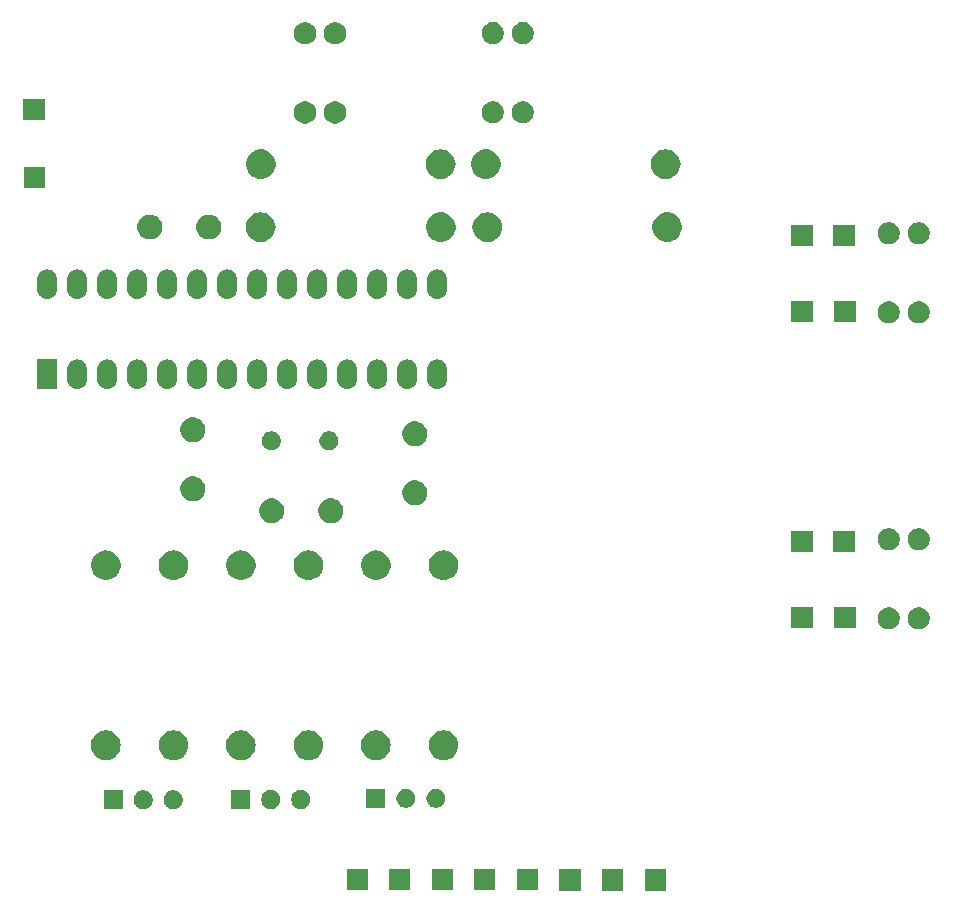
<source format=gbr>
G04 #@! TF.GenerationSoftware,KiCad,Pcbnew,5.0.2+dfsg1-1~bpo9+1*
G04 #@! TF.CreationDate,2019-02-15T20:10:49-06:00*
G04 #@! TF.ProjectId,EncoderandSensorsBoard,456e636f-6465-4726-916e-6453656e736f,v1.0*
G04 #@! TF.SameCoordinates,Original*
G04 #@! TF.FileFunction,Soldermask,Bot*
G04 #@! TF.FilePolarity,Negative*
%FSLAX46Y46*%
G04 Gerber Fmt 4.6, Leading zero omitted, Abs format (unit mm)*
G04 Created by KiCad (PCBNEW 5.0.2+dfsg1-1~bpo9+1) date vie 15 feb 2019 20:10:49 CST*
%MOMM*%
%LPD*%
G01*
G04 APERTURE LIST*
%ADD10C,0.100000*%
G04 APERTURE END LIST*
D10*
G36*
X147751100Y-146938300D02*
X145949100Y-146938300D01*
X145949100Y-145136300D01*
X147751100Y-145136300D01*
X147751100Y-146938300D01*
X147751100Y-146938300D01*
G37*
G36*
X144106200Y-146925600D02*
X142304200Y-146925600D01*
X142304200Y-145123600D01*
X144106200Y-145123600D01*
X144106200Y-146925600D01*
X144106200Y-146925600D01*
G37*
G36*
X140512100Y-146925600D02*
X138710100Y-146925600D01*
X138710100Y-145123600D01*
X140512100Y-145123600D01*
X140512100Y-146925600D01*
X140512100Y-146925600D01*
G37*
G36*
X133285800Y-146900200D02*
X131483800Y-146900200D01*
X131483800Y-145098200D01*
X133285800Y-145098200D01*
X133285800Y-146900200D01*
X133285800Y-146900200D01*
G37*
G36*
X129717100Y-146887500D02*
X127915100Y-146887500D01*
X127915100Y-145085500D01*
X129717100Y-145085500D01*
X129717100Y-146887500D01*
X129717100Y-146887500D01*
G37*
G36*
X126110300Y-146887500D02*
X124308300Y-146887500D01*
X124308300Y-145085500D01*
X126110300Y-145085500D01*
X126110300Y-146887500D01*
X126110300Y-146887500D01*
G37*
G36*
X122503500Y-146887500D02*
X120701500Y-146887500D01*
X120701500Y-145085500D01*
X122503500Y-145085500D01*
X122503500Y-146887500D01*
X122503500Y-146887500D01*
G37*
G36*
X136905300Y-146874800D02*
X135103300Y-146874800D01*
X135103300Y-145072800D01*
X136905300Y-145072800D01*
X136905300Y-146874800D01*
X136905300Y-146874800D01*
G37*
G36*
X101740600Y-140043800D02*
X100138600Y-140043800D01*
X100138600Y-138441800D01*
X101740600Y-138441800D01*
X101740600Y-140043800D01*
X101740600Y-140043800D01*
G37*
G36*
X103713243Y-138472581D02*
X103859015Y-138532962D01*
X103990211Y-138620624D01*
X104101776Y-138732189D01*
X104189438Y-138863385D01*
X104249819Y-139009157D01*
X104280600Y-139163907D01*
X104280600Y-139321693D01*
X104249819Y-139476443D01*
X104189438Y-139622215D01*
X104101776Y-139753411D01*
X103990211Y-139864976D01*
X103859015Y-139952638D01*
X103713243Y-140013019D01*
X103558493Y-140043800D01*
X103400707Y-140043800D01*
X103245957Y-140013019D01*
X103100185Y-139952638D01*
X102968989Y-139864976D01*
X102857424Y-139753411D01*
X102769762Y-139622215D01*
X102709381Y-139476443D01*
X102678600Y-139321693D01*
X102678600Y-139163907D01*
X102709381Y-139009157D01*
X102769762Y-138863385D01*
X102857424Y-138732189D01*
X102968989Y-138620624D01*
X103100185Y-138532962D01*
X103245957Y-138472581D01*
X103400707Y-138441800D01*
X103558493Y-138441800D01*
X103713243Y-138472581D01*
X103713243Y-138472581D01*
G37*
G36*
X106253243Y-138472581D02*
X106399015Y-138532962D01*
X106530211Y-138620624D01*
X106641776Y-138732189D01*
X106729438Y-138863385D01*
X106789819Y-139009157D01*
X106820600Y-139163907D01*
X106820600Y-139321693D01*
X106789819Y-139476443D01*
X106729438Y-139622215D01*
X106641776Y-139753411D01*
X106530211Y-139864976D01*
X106399015Y-139952638D01*
X106253243Y-140013019D01*
X106098493Y-140043800D01*
X105940707Y-140043800D01*
X105785957Y-140013019D01*
X105640185Y-139952638D01*
X105508989Y-139864976D01*
X105397424Y-139753411D01*
X105309762Y-139622215D01*
X105249381Y-139476443D01*
X105218600Y-139321693D01*
X105218600Y-139163907D01*
X105249381Y-139009157D01*
X105309762Y-138863385D01*
X105397424Y-138732189D01*
X105508989Y-138620624D01*
X105640185Y-138532962D01*
X105785957Y-138472581D01*
X105940707Y-138441800D01*
X106098493Y-138441800D01*
X106253243Y-138472581D01*
X106253243Y-138472581D01*
G37*
G36*
X114520943Y-138447181D02*
X114666715Y-138507562D01*
X114797911Y-138595224D01*
X114909476Y-138706789D01*
X114997138Y-138837985D01*
X115057519Y-138983757D01*
X115088300Y-139138507D01*
X115088300Y-139296293D01*
X115057519Y-139451043D01*
X114997138Y-139596815D01*
X114909476Y-139728011D01*
X114797911Y-139839576D01*
X114666715Y-139927238D01*
X114520943Y-139987619D01*
X114366193Y-140018400D01*
X114208407Y-140018400D01*
X114053657Y-139987619D01*
X113907885Y-139927238D01*
X113776689Y-139839576D01*
X113665124Y-139728011D01*
X113577462Y-139596815D01*
X113517081Y-139451043D01*
X113486300Y-139296293D01*
X113486300Y-139138507D01*
X113517081Y-138983757D01*
X113577462Y-138837985D01*
X113665124Y-138706789D01*
X113776689Y-138595224D01*
X113907885Y-138507562D01*
X114053657Y-138447181D01*
X114208407Y-138416400D01*
X114366193Y-138416400D01*
X114520943Y-138447181D01*
X114520943Y-138447181D01*
G37*
G36*
X112548300Y-140018400D02*
X110946300Y-140018400D01*
X110946300Y-138416400D01*
X112548300Y-138416400D01*
X112548300Y-140018400D01*
X112548300Y-140018400D01*
G37*
G36*
X117060943Y-138447181D02*
X117206715Y-138507562D01*
X117337911Y-138595224D01*
X117449476Y-138706789D01*
X117537138Y-138837985D01*
X117597519Y-138983757D01*
X117628300Y-139138507D01*
X117628300Y-139296293D01*
X117597519Y-139451043D01*
X117537138Y-139596815D01*
X117449476Y-139728011D01*
X117337911Y-139839576D01*
X117206715Y-139927238D01*
X117060943Y-139987619D01*
X116906193Y-140018400D01*
X116748407Y-140018400D01*
X116593657Y-139987619D01*
X116447885Y-139927238D01*
X116316689Y-139839576D01*
X116205124Y-139728011D01*
X116117462Y-139596815D01*
X116057081Y-139451043D01*
X116026300Y-139296293D01*
X116026300Y-139138507D01*
X116057081Y-138983757D01*
X116117462Y-138837985D01*
X116205124Y-138706789D01*
X116316689Y-138595224D01*
X116447885Y-138507562D01*
X116593657Y-138447181D01*
X116748407Y-138416400D01*
X116906193Y-138416400D01*
X117060943Y-138447181D01*
X117060943Y-138447181D01*
G37*
G36*
X128503643Y-138345581D02*
X128649415Y-138405962D01*
X128780611Y-138493624D01*
X128892176Y-138605189D01*
X128979838Y-138736385D01*
X129040219Y-138882157D01*
X129071000Y-139036907D01*
X129071000Y-139194693D01*
X129040219Y-139349443D01*
X128979838Y-139495215D01*
X128892176Y-139626411D01*
X128780611Y-139737976D01*
X128649415Y-139825638D01*
X128503643Y-139886019D01*
X128348893Y-139916800D01*
X128191107Y-139916800D01*
X128036357Y-139886019D01*
X127890585Y-139825638D01*
X127759389Y-139737976D01*
X127647824Y-139626411D01*
X127560162Y-139495215D01*
X127499781Y-139349443D01*
X127469000Y-139194693D01*
X127469000Y-139036907D01*
X127499781Y-138882157D01*
X127560162Y-138736385D01*
X127647824Y-138605189D01*
X127759389Y-138493624D01*
X127890585Y-138405962D01*
X128036357Y-138345581D01*
X128191107Y-138314800D01*
X128348893Y-138314800D01*
X128503643Y-138345581D01*
X128503643Y-138345581D01*
G37*
G36*
X123991000Y-139916800D02*
X122389000Y-139916800D01*
X122389000Y-138314800D01*
X123991000Y-138314800D01*
X123991000Y-139916800D01*
X123991000Y-139916800D01*
G37*
G36*
X125963643Y-138345581D02*
X126109415Y-138405962D01*
X126240611Y-138493624D01*
X126352176Y-138605189D01*
X126439838Y-138736385D01*
X126500219Y-138882157D01*
X126531000Y-139036907D01*
X126531000Y-139194693D01*
X126500219Y-139349443D01*
X126439838Y-139495215D01*
X126352176Y-139626411D01*
X126240611Y-139737976D01*
X126109415Y-139825638D01*
X125963643Y-139886019D01*
X125808893Y-139916800D01*
X125651107Y-139916800D01*
X125496357Y-139886019D01*
X125350585Y-139825638D01*
X125219389Y-139737976D01*
X125107824Y-139626411D01*
X125020162Y-139495215D01*
X124959781Y-139349443D01*
X124929000Y-139194693D01*
X124929000Y-139036907D01*
X124959781Y-138882157D01*
X125020162Y-138736385D01*
X125107824Y-138605189D01*
X125219389Y-138493624D01*
X125350585Y-138405962D01*
X125496357Y-138345581D01*
X125651107Y-138314800D01*
X125808893Y-138314800D01*
X125963643Y-138345581D01*
X125963643Y-138345581D01*
G37*
G36*
X123435239Y-133387101D02*
X123671053Y-133458634D01*
X123888381Y-133574799D01*
X124078871Y-133731129D01*
X124235201Y-133921619D01*
X124351366Y-134138947D01*
X124422899Y-134374761D01*
X124447053Y-134620000D01*
X124422899Y-134865239D01*
X124351366Y-135101053D01*
X124235201Y-135318381D01*
X124078871Y-135508871D01*
X123888381Y-135665201D01*
X123671053Y-135781366D01*
X123435239Y-135852899D01*
X123251457Y-135871000D01*
X123128543Y-135871000D01*
X122944761Y-135852899D01*
X122708947Y-135781366D01*
X122491619Y-135665201D01*
X122301129Y-135508871D01*
X122144799Y-135318381D01*
X122028634Y-135101053D01*
X121957101Y-134865239D01*
X121932947Y-134620000D01*
X121957101Y-134374761D01*
X122028634Y-134138947D01*
X122144799Y-133921619D01*
X122301129Y-133731129D01*
X122491619Y-133574799D01*
X122708947Y-133458634D01*
X122944761Y-133387101D01*
X123128543Y-133369000D01*
X123251457Y-133369000D01*
X123435239Y-133387101D01*
X123435239Y-133387101D01*
G37*
G36*
X100575239Y-133387101D02*
X100811053Y-133458634D01*
X101028381Y-133574799D01*
X101218871Y-133731129D01*
X101375201Y-133921619D01*
X101491366Y-134138947D01*
X101562899Y-134374761D01*
X101587053Y-134620000D01*
X101562899Y-134865239D01*
X101491366Y-135101053D01*
X101375201Y-135318381D01*
X101218871Y-135508871D01*
X101028381Y-135665201D01*
X100811053Y-135781366D01*
X100575239Y-135852899D01*
X100391457Y-135871000D01*
X100268543Y-135871000D01*
X100084761Y-135852899D01*
X99848947Y-135781366D01*
X99631619Y-135665201D01*
X99441129Y-135508871D01*
X99284799Y-135318381D01*
X99168634Y-135101053D01*
X99097101Y-134865239D01*
X99072947Y-134620000D01*
X99097101Y-134374761D01*
X99168634Y-134138947D01*
X99284799Y-133921619D01*
X99441129Y-133731129D01*
X99631619Y-133574799D01*
X99848947Y-133458634D01*
X100084761Y-133387101D01*
X100268543Y-133369000D01*
X100391457Y-133369000D01*
X100575239Y-133387101D01*
X100575239Y-133387101D01*
G37*
G36*
X117720239Y-133387101D02*
X117956053Y-133458634D01*
X118173381Y-133574799D01*
X118363871Y-133731129D01*
X118520201Y-133921619D01*
X118636366Y-134138947D01*
X118707899Y-134374761D01*
X118732053Y-134620000D01*
X118707899Y-134865239D01*
X118636366Y-135101053D01*
X118520201Y-135318381D01*
X118363871Y-135508871D01*
X118173381Y-135665201D01*
X117956053Y-135781366D01*
X117720239Y-135852899D01*
X117536457Y-135871000D01*
X117413543Y-135871000D01*
X117229761Y-135852899D01*
X116993947Y-135781366D01*
X116776619Y-135665201D01*
X116586129Y-135508871D01*
X116429799Y-135318381D01*
X116313634Y-135101053D01*
X116242101Y-134865239D01*
X116217947Y-134620000D01*
X116242101Y-134374761D01*
X116313634Y-134138947D01*
X116429799Y-133921619D01*
X116586129Y-133731129D01*
X116776619Y-133574799D01*
X116993947Y-133458634D01*
X117229761Y-133387101D01*
X117413543Y-133369000D01*
X117536457Y-133369000D01*
X117720239Y-133387101D01*
X117720239Y-133387101D01*
G37*
G36*
X112005239Y-133387101D02*
X112241053Y-133458634D01*
X112458381Y-133574799D01*
X112648871Y-133731129D01*
X112805201Y-133921619D01*
X112921366Y-134138947D01*
X112992899Y-134374761D01*
X113017053Y-134620000D01*
X112992899Y-134865239D01*
X112921366Y-135101053D01*
X112805201Y-135318381D01*
X112648871Y-135508871D01*
X112458381Y-135665201D01*
X112241053Y-135781366D01*
X112005239Y-135852899D01*
X111821457Y-135871000D01*
X111698543Y-135871000D01*
X111514761Y-135852899D01*
X111278947Y-135781366D01*
X111061619Y-135665201D01*
X110871129Y-135508871D01*
X110714799Y-135318381D01*
X110598634Y-135101053D01*
X110527101Y-134865239D01*
X110502947Y-134620000D01*
X110527101Y-134374761D01*
X110598634Y-134138947D01*
X110714799Y-133921619D01*
X110871129Y-133731129D01*
X111061619Y-133574799D01*
X111278947Y-133458634D01*
X111514761Y-133387101D01*
X111698543Y-133369000D01*
X111821457Y-133369000D01*
X112005239Y-133387101D01*
X112005239Y-133387101D01*
G37*
G36*
X129150239Y-133387101D02*
X129386053Y-133458634D01*
X129603381Y-133574799D01*
X129793871Y-133731129D01*
X129950201Y-133921619D01*
X130066366Y-134138947D01*
X130137899Y-134374761D01*
X130162053Y-134620000D01*
X130137899Y-134865239D01*
X130066366Y-135101053D01*
X129950201Y-135318381D01*
X129793871Y-135508871D01*
X129603381Y-135665201D01*
X129386053Y-135781366D01*
X129150239Y-135852899D01*
X128966457Y-135871000D01*
X128843543Y-135871000D01*
X128659761Y-135852899D01*
X128423947Y-135781366D01*
X128206619Y-135665201D01*
X128016129Y-135508871D01*
X127859799Y-135318381D01*
X127743634Y-135101053D01*
X127672101Y-134865239D01*
X127647947Y-134620000D01*
X127672101Y-134374761D01*
X127743634Y-134138947D01*
X127859799Y-133921619D01*
X128016129Y-133731129D01*
X128206619Y-133574799D01*
X128423947Y-133458634D01*
X128659761Y-133387101D01*
X128843543Y-133369000D01*
X128966457Y-133369000D01*
X129150239Y-133387101D01*
X129150239Y-133387101D01*
G37*
G36*
X106290239Y-133387101D02*
X106526053Y-133458634D01*
X106743381Y-133574799D01*
X106933871Y-133731129D01*
X107090201Y-133921619D01*
X107206366Y-134138947D01*
X107277899Y-134374761D01*
X107302053Y-134620000D01*
X107277899Y-134865239D01*
X107206366Y-135101053D01*
X107090201Y-135318381D01*
X106933871Y-135508871D01*
X106743381Y-135665201D01*
X106526053Y-135781366D01*
X106290239Y-135852899D01*
X106106457Y-135871000D01*
X105983543Y-135871000D01*
X105799761Y-135852899D01*
X105563947Y-135781366D01*
X105346619Y-135665201D01*
X105156129Y-135508871D01*
X104999799Y-135318381D01*
X104883634Y-135101053D01*
X104812101Y-134865239D01*
X104787947Y-134620000D01*
X104812101Y-134374761D01*
X104883634Y-134138947D01*
X104999799Y-133921619D01*
X105156129Y-133731129D01*
X105346619Y-133574799D01*
X105563947Y-133458634D01*
X105799761Y-133387101D01*
X105983543Y-133369000D01*
X106106457Y-133369000D01*
X106290239Y-133387101D01*
X106290239Y-133387101D01*
G37*
G36*
X166875446Y-122979025D02*
X167046515Y-123049885D01*
X167200474Y-123152757D01*
X167331403Y-123283686D01*
X167434275Y-123437645D01*
X167505135Y-123608714D01*
X167541258Y-123790319D01*
X167541258Y-123975485D01*
X167505135Y-124157090D01*
X167434275Y-124328159D01*
X167331403Y-124482118D01*
X167200474Y-124613047D01*
X167046515Y-124715919D01*
X166875446Y-124786779D01*
X166693841Y-124822902D01*
X166508675Y-124822902D01*
X166327070Y-124786779D01*
X166156001Y-124715919D01*
X166002042Y-124613047D01*
X165871113Y-124482118D01*
X165768241Y-124328159D01*
X165697381Y-124157090D01*
X165661258Y-123975485D01*
X165661258Y-123790319D01*
X165697381Y-123608714D01*
X165768241Y-123437645D01*
X165871113Y-123283686D01*
X166002042Y-123152757D01*
X166156001Y-123049885D01*
X166327070Y-122979025D01*
X166508675Y-122942902D01*
X166693841Y-122942902D01*
X166875446Y-122979025D01*
X166875446Y-122979025D01*
G37*
G36*
X169415446Y-122979025D02*
X169586515Y-123049885D01*
X169740474Y-123152757D01*
X169871403Y-123283686D01*
X169974275Y-123437645D01*
X170045135Y-123608714D01*
X170081258Y-123790319D01*
X170081258Y-123975485D01*
X170045135Y-124157090D01*
X169974275Y-124328159D01*
X169871403Y-124482118D01*
X169740474Y-124613047D01*
X169586515Y-124715919D01*
X169415446Y-124786779D01*
X169233841Y-124822902D01*
X169048675Y-124822902D01*
X168867070Y-124786779D01*
X168696001Y-124715919D01*
X168542042Y-124613047D01*
X168411113Y-124482118D01*
X168308241Y-124328159D01*
X168237381Y-124157090D01*
X168201258Y-123975485D01*
X168201258Y-123790319D01*
X168237381Y-123608714D01*
X168308241Y-123437645D01*
X168411113Y-123283686D01*
X168542042Y-123152757D01*
X168696001Y-123049885D01*
X168867070Y-122979025D01*
X169048675Y-122942902D01*
X169233841Y-122942902D01*
X169415446Y-122979025D01*
X169415446Y-122979025D01*
G37*
G36*
X163794260Y-124699902D02*
X161992260Y-124699902D01*
X161992260Y-122897902D01*
X163794260Y-122897902D01*
X163794260Y-124699902D01*
X163794260Y-124699902D01*
G37*
G36*
X160163259Y-124699902D02*
X158361259Y-124699902D01*
X158361259Y-122897902D01*
X160163259Y-122897902D01*
X160163259Y-124699902D01*
X160163259Y-124699902D01*
G37*
G36*
X111943636Y-118141019D02*
X112124903Y-118177075D01*
X112352571Y-118271378D01*
X112556542Y-118407668D01*
X112557469Y-118408287D01*
X112731713Y-118582531D01*
X112731715Y-118582534D01*
X112868622Y-118787429D01*
X112962925Y-119015097D01*
X113011000Y-119256787D01*
X113011000Y-119503213D01*
X112962925Y-119744903D01*
X112868622Y-119972571D01*
X112732332Y-120176542D01*
X112731713Y-120177469D01*
X112557469Y-120351713D01*
X112557466Y-120351715D01*
X112352571Y-120488622D01*
X112124903Y-120582925D01*
X111943636Y-120618981D01*
X111883214Y-120631000D01*
X111636786Y-120631000D01*
X111576364Y-120618981D01*
X111395097Y-120582925D01*
X111167429Y-120488622D01*
X110962534Y-120351715D01*
X110962531Y-120351713D01*
X110788287Y-120177469D01*
X110787668Y-120176542D01*
X110651378Y-119972571D01*
X110557075Y-119744903D01*
X110509000Y-119503213D01*
X110509000Y-119256787D01*
X110557075Y-119015097D01*
X110651378Y-118787429D01*
X110788285Y-118582534D01*
X110788287Y-118582531D01*
X110962531Y-118408287D01*
X110963458Y-118407668D01*
X111167429Y-118271378D01*
X111395097Y-118177075D01*
X111576364Y-118141019D01*
X111636786Y-118129000D01*
X111883214Y-118129000D01*
X111943636Y-118141019D01*
X111943636Y-118141019D01*
G37*
G36*
X117658636Y-118141019D02*
X117839903Y-118177075D01*
X118067571Y-118271378D01*
X118271542Y-118407668D01*
X118272469Y-118408287D01*
X118446713Y-118582531D01*
X118446715Y-118582534D01*
X118583622Y-118787429D01*
X118677925Y-119015097D01*
X118726000Y-119256787D01*
X118726000Y-119503213D01*
X118677925Y-119744903D01*
X118583622Y-119972571D01*
X118447332Y-120176542D01*
X118446713Y-120177469D01*
X118272469Y-120351713D01*
X118272466Y-120351715D01*
X118067571Y-120488622D01*
X117839903Y-120582925D01*
X117658636Y-120618981D01*
X117598214Y-120631000D01*
X117351786Y-120631000D01*
X117291364Y-120618981D01*
X117110097Y-120582925D01*
X116882429Y-120488622D01*
X116677534Y-120351715D01*
X116677531Y-120351713D01*
X116503287Y-120177469D01*
X116502668Y-120176542D01*
X116366378Y-119972571D01*
X116272075Y-119744903D01*
X116224000Y-119503213D01*
X116224000Y-119256787D01*
X116272075Y-119015097D01*
X116366378Y-118787429D01*
X116503285Y-118582534D01*
X116503287Y-118582531D01*
X116677531Y-118408287D01*
X116678458Y-118407668D01*
X116882429Y-118271378D01*
X117110097Y-118177075D01*
X117291364Y-118141019D01*
X117351786Y-118129000D01*
X117598214Y-118129000D01*
X117658636Y-118141019D01*
X117658636Y-118141019D01*
G37*
G36*
X106228636Y-118141019D02*
X106409903Y-118177075D01*
X106637571Y-118271378D01*
X106841542Y-118407668D01*
X106842469Y-118408287D01*
X107016713Y-118582531D01*
X107016715Y-118582534D01*
X107153622Y-118787429D01*
X107247925Y-119015097D01*
X107296000Y-119256787D01*
X107296000Y-119503213D01*
X107247925Y-119744903D01*
X107153622Y-119972571D01*
X107017332Y-120176542D01*
X107016713Y-120177469D01*
X106842469Y-120351713D01*
X106842466Y-120351715D01*
X106637571Y-120488622D01*
X106409903Y-120582925D01*
X106228636Y-120618981D01*
X106168214Y-120631000D01*
X105921786Y-120631000D01*
X105861364Y-120618981D01*
X105680097Y-120582925D01*
X105452429Y-120488622D01*
X105247534Y-120351715D01*
X105247531Y-120351713D01*
X105073287Y-120177469D01*
X105072668Y-120176542D01*
X104936378Y-119972571D01*
X104842075Y-119744903D01*
X104794000Y-119503213D01*
X104794000Y-119256787D01*
X104842075Y-119015097D01*
X104936378Y-118787429D01*
X105073285Y-118582534D01*
X105073287Y-118582531D01*
X105247531Y-118408287D01*
X105248458Y-118407668D01*
X105452429Y-118271378D01*
X105680097Y-118177075D01*
X105861364Y-118141019D01*
X105921786Y-118129000D01*
X106168214Y-118129000D01*
X106228636Y-118141019D01*
X106228636Y-118141019D01*
G37*
G36*
X129088636Y-118141019D02*
X129269903Y-118177075D01*
X129497571Y-118271378D01*
X129701542Y-118407668D01*
X129702469Y-118408287D01*
X129876713Y-118582531D01*
X129876715Y-118582534D01*
X130013622Y-118787429D01*
X130107925Y-119015097D01*
X130156000Y-119256787D01*
X130156000Y-119503213D01*
X130107925Y-119744903D01*
X130013622Y-119972571D01*
X129877332Y-120176542D01*
X129876713Y-120177469D01*
X129702469Y-120351713D01*
X129702466Y-120351715D01*
X129497571Y-120488622D01*
X129269903Y-120582925D01*
X129088636Y-120618981D01*
X129028214Y-120631000D01*
X128781786Y-120631000D01*
X128721364Y-120618981D01*
X128540097Y-120582925D01*
X128312429Y-120488622D01*
X128107534Y-120351715D01*
X128107531Y-120351713D01*
X127933287Y-120177469D01*
X127932668Y-120176542D01*
X127796378Y-119972571D01*
X127702075Y-119744903D01*
X127654000Y-119503213D01*
X127654000Y-119256787D01*
X127702075Y-119015097D01*
X127796378Y-118787429D01*
X127933285Y-118582534D01*
X127933287Y-118582531D01*
X128107531Y-118408287D01*
X128108458Y-118407668D01*
X128312429Y-118271378D01*
X128540097Y-118177075D01*
X128721364Y-118141019D01*
X128781786Y-118129000D01*
X129028214Y-118129000D01*
X129088636Y-118141019D01*
X129088636Y-118141019D01*
G37*
G36*
X100513636Y-118141019D02*
X100694903Y-118177075D01*
X100922571Y-118271378D01*
X101126542Y-118407668D01*
X101127469Y-118408287D01*
X101301713Y-118582531D01*
X101301715Y-118582534D01*
X101438622Y-118787429D01*
X101532925Y-119015097D01*
X101581000Y-119256787D01*
X101581000Y-119503213D01*
X101532925Y-119744903D01*
X101438622Y-119972571D01*
X101302332Y-120176542D01*
X101301713Y-120177469D01*
X101127469Y-120351713D01*
X101127466Y-120351715D01*
X100922571Y-120488622D01*
X100694903Y-120582925D01*
X100513636Y-120618981D01*
X100453214Y-120631000D01*
X100206786Y-120631000D01*
X100146364Y-120618981D01*
X99965097Y-120582925D01*
X99737429Y-120488622D01*
X99532534Y-120351715D01*
X99532531Y-120351713D01*
X99358287Y-120177469D01*
X99357668Y-120176542D01*
X99221378Y-119972571D01*
X99127075Y-119744903D01*
X99079000Y-119503213D01*
X99079000Y-119256787D01*
X99127075Y-119015097D01*
X99221378Y-118787429D01*
X99358285Y-118582534D01*
X99358287Y-118582531D01*
X99532531Y-118408287D01*
X99533458Y-118407668D01*
X99737429Y-118271378D01*
X99965097Y-118177075D01*
X100146364Y-118141019D01*
X100206786Y-118129000D01*
X100453214Y-118129000D01*
X100513636Y-118141019D01*
X100513636Y-118141019D01*
G37*
G36*
X123373636Y-118141019D02*
X123554903Y-118177075D01*
X123782571Y-118271378D01*
X123986542Y-118407668D01*
X123987469Y-118408287D01*
X124161713Y-118582531D01*
X124161715Y-118582534D01*
X124298622Y-118787429D01*
X124392925Y-119015097D01*
X124441000Y-119256787D01*
X124441000Y-119503213D01*
X124392925Y-119744903D01*
X124298622Y-119972571D01*
X124162332Y-120176542D01*
X124161713Y-120177469D01*
X123987469Y-120351713D01*
X123987466Y-120351715D01*
X123782571Y-120488622D01*
X123554903Y-120582925D01*
X123373636Y-120618981D01*
X123313214Y-120631000D01*
X123066786Y-120631000D01*
X123006364Y-120618981D01*
X122825097Y-120582925D01*
X122597429Y-120488622D01*
X122392534Y-120351715D01*
X122392531Y-120351713D01*
X122218287Y-120177469D01*
X122217668Y-120176542D01*
X122081378Y-119972571D01*
X121987075Y-119744903D01*
X121939000Y-119503213D01*
X121939000Y-119256787D01*
X121987075Y-119015097D01*
X122081378Y-118787429D01*
X122218285Y-118582534D01*
X122218287Y-118582531D01*
X122392531Y-118408287D01*
X122393458Y-118407668D01*
X122597429Y-118271378D01*
X122825097Y-118177075D01*
X123006364Y-118141019D01*
X123066786Y-118129000D01*
X123313214Y-118129000D01*
X123373636Y-118141019D01*
X123373636Y-118141019D01*
G37*
G36*
X160163259Y-118248901D02*
X158361259Y-118248901D01*
X158361259Y-116446901D01*
X160163259Y-116446901D01*
X160163259Y-118248901D01*
X160163259Y-118248901D01*
G37*
G36*
X163719259Y-118248901D02*
X161917259Y-118248901D01*
X161917259Y-116446901D01*
X163719259Y-116446901D01*
X163719259Y-118248901D01*
X163719259Y-118248901D01*
G37*
G36*
X166875446Y-116279025D02*
X167046515Y-116349885D01*
X167200474Y-116452757D01*
X167331403Y-116583686D01*
X167434275Y-116737645D01*
X167505135Y-116908714D01*
X167541258Y-117090319D01*
X167541258Y-117275485D01*
X167505135Y-117457090D01*
X167434275Y-117628159D01*
X167331403Y-117782118D01*
X167200474Y-117913047D01*
X167046515Y-118015919D01*
X166875446Y-118086779D01*
X166693841Y-118122902D01*
X166508675Y-118122902D01*
X166327070Y-118086779D01*
X166156001Y-118015919D01*
X166002042Y-117913047D01*
X165871113Y-117782118D01*
X165768241Y-117628159D01*
X165697381Y-117457090D01*
X165661258Y-117275485D01*
X165661258Y-117090319D01*
X165697381Y-116908714D01*
X165768241Y-116737645D01*
X165871113Y-116583686D01*
X166002042Y-116452757D01*
X166156001Y-116349885D01*
X166327070Y-116279025D01*
X166508675Y-116242902D01*
X166693841Y-116242902D01*
X166875446Y-116279025D01*
X166875446Y-116279025D01*
G37*
G36*
X169415446Y-116279025D02*
X169586515Y-116349885D01*
X169740474Y-116452757D01*
X169871403Y-116583686D01*
X169974275Y-116737645D01*
X170045135Y-116908714D01*
X170081258Y-117090319D01*
X170081258Y-117275485D01*
X170045135Y-117457090D01*
X169974275Y-117628159D01*
X169871403Y-117782118D01*
X169740474Y-117913047D01*
X169586515Y-118015919D01*
X169415446Y-118086779D01*
X169233841Y-118122902D01*
X169048675Y-118122902D01*
X168867070Y-118086779D01*
X168696001Y-118015919D01*
X168542042Y-117913047D01*
X168411113Y-117782118D01*
X168308241Y-117628159D01*
X168237381Y-117457090D01*
X168201258Y-117275485D01*
X168201258Y-117090319D01*
X168237381Y-116908714D01*
X168308241Y-116737645D01*
X168411113Y-116583686D01*
X168542042Y-116452757D01*
X168696001Y-116349885D01*
X168867070Y-116279025D01*
X169048675Y-116242902D01*
X169233841Y-116242902D01*
X169415446Y-116279025D01*
X169415446Y-116279025D01*
G37*
G36*
X114661165Y-113759289D02*
X114852434Y-113838515D01*
X115024576Y-113953537D01*
X115170963Y-114099924D01*
X115285985Y-114272066D01*
X115365211Y-114463335D01*
X115405600Y-114666384D01*
X115405600Y-114873416D01*
X115365211Y-115076465D01*
X115285985Y-115267734D01*
X115170963Y-115439876D01*
X115024576Y-115586263D01*
X114852434Y-115701285D01*
X114661165Y-115780511D01*
X114458116Y-115820900D01*
X114251084Y-115820900D01*
X114048035Y-115780511D01*
X113856766Y-115701285D01*
X113684624Y-115586263D01*
X113538237Y-115439876D01*
X113423215Y-115267734D01*
X113343989Y-115076465D01*
X113303600Y-114873416D01*
X113303600Y-114666384D01*
X113343989Y-114463335D01*
X113423215Y-114272066D01*
X113538237Y-114099924D01*
X113684624Y-113953537D01*
X113856766Y-113838515D01*
X114048035Y-113759289D01*
X114251084Y-113718900D01*
X114458116Y-113718900D01*
X114661165Y-113759289D01*
X114661165Y-113759289D01*
G37*
G36*
X119661165Y-113759289D02*
X119852434Y-113838515D01*
X120024576Y-113953537D01*
X120170963Y-114099924D01*
X120285985Y-114272066D01*
X120365211Y-114463335D01*
X120405600Y-114666384D01*
X120405600Y-114873416D01*
X120365211Y-115076465D01*
X120285985Y-115267734D01*
X120170963Y-115439876D01*
X120024576Y-115586263D01*
X119852434Y-115701285D01*
X119661165Y-115780511D01*
X119458116Y-115820900D01*
X119251084Y-115820900D01*
X119048035Y-115780511D01*
X118856766Y-115701285D01*
X118684624Y-115586263D01*
X118538237Y-115439876D01*
X118423215Y-115267734D01*
X118343989Y-115076465D01*
X118303600Y-114873416D01*
X118303600Y-114666384D01*
X118343989Y-114463335D01*
X118423215Y-114272066D01*
X118538237Y-114099924D01*
X118684624Y-113953537D01*
X118856766Y-113838515D01*
X119048035Y-113759289D01*
X119251084Y-113718900D01*
X119458116Y-113718900D01*
X119661165Y-113759289D01*
X119661165Y-113759289D01*
G37*
G36*
X126773165Y-112235289D02*
X126964434Y-112314515D01*
X127136576Y-112429537D01*
X127282963Y-112575924D01*
X127397985Y-112748066D01*
X127477211Y-112939335D01*
X127517600Y-113142384D01*
X127517600Y-113349416D01*
X127477211Y-113552465D01*
X127397985Y-113743734D01*
X127282963Y-113915876D01*
X127136576Y-114062263D01*
X126964434Y-114177285D01*
X126773165Y-114256511D01*
X126570116Y-114296900D01*
X126363084Y-114296900D01*
X126160035Y-114256511D01*
X125968766Y-114177285D01*
X125796624Y-114062263D01*
X125650237Y-113915876D01*
X125535215Y-113743734D01*
X125455989Y-113552465D01*
X125415600Y-113349416D01*
X125415600Y-113142384D01*
X125455989Y-112939335D01*
X125535215Y-112748066D01*
X125650237Y-112575924D01*
X125796624Y-112429537D01*
X125968766Y-112314515D01*
X126160035Y-112235289D01*
X126363084Y-112194900D01*
X126570116Y-112194900D01*
X126773165Y-112235289D01*
X126773165Y-112235289D01*
G37*
G36*
X107977165Y-111901289D02*
X108168434Y-111980515D01*
X108340576Y-112095537D01*
X108486963Y-112241924D01*
X108601985Y-112414066D01*
X108681211Y-112605335D01*
X108721600Y-112808384D01*
X108721600Y-113015416D01*
X108681211Y-113218465D01*
X108601985Y-113409734D01*
X108486963Y-113581876D01*
X108340576Y-113728263D01*
X108168434Y-113843285D01*
X107977165Y-113922511D01*
X107774116Y-113962900D01*
X107567084Y-113962900D01*
X107364035Y-113922511D01*
X107172766Y-113843285D01*
X107000624Y-113728263D01*
X106854237Y-113581876D01*
X106739215Y-113409734D01*
X106659989Y-113218465D01*
X106619600Y-113015416D01*
X106619600Y-112808384D01*
X106659989Y-112605335D01*
X106739215Y-112414066D01*
X106854237Y-112241924D01*
X107000624Y-112095537D01*
X107172766Y-111980515D01*
X107364035Y-111901289D01*
X107567084Y-111860900D01*
X107774116Y-111860900D01*
X107977165Y-111901289D01*
X107977165Y-111901289D01*
G37*
G36*
X119446663Y-108078941D02*
X119592435Y-108139322D01*
X119723631Y-108226984D01*
X119835196Y-108338549D01*
X119922858Y-108469745D01*
X119983239Y-108615517D01*
X120014020Y-108770267D01*
X120014020Y-108928053D01*
X119983239Y-109082803D01*
X119922858Y-109228575D01*
X119835196Y-109359771D01*
X119723631Y-109471336D01*
X119592435Y-109558998D01*
X119446663Y-109619379D01*
X119291913Y-109650160D01*
X119134127Y-109650160D01*
X118979377Y-109619379D01*
X118833605Y-109558998D01*
X118702409Y-109471336D01*
X118590844Y-109359771D01*
X118503182Y-109228575D01*
X118442801Y-109082803D01*
X118412020Y-108928053D01*
X118412020Y-108770267D01*
X118442801Y-108615517D01*
X118503182Y-108469745D01*
X118590844Y-108338549D01*
X118702409Y-108226984D01*
X118833605Y-108139322D01*
X118979377Y-108078941D01*
X119134127Y-108048160D01*
X119291913Y-108048160D01*
X119446663Y-108078941D01*
X119446663Y-108078941D01*
G37*
G36*
X114566663Y-108078941D02*
X114712435Y-108139322D01*
X114843631Y-108226984D01*
X114955196Y-108338549D01*
X115042858Y-108469745D01*
X115103239Y-108615517D01*
X115134020Y-108770267D01*
X115134020Y-108928053D01*
X115103239Y-109082803D01*
X115042858Y-109228575D01*
X114955196Y-109359771D01*
X114843631Y-109471336D01*
X114712435Y-109558998D01*
X114566663Y-109619379D01*
X114411913Y-109650160D01*
X114254127Y-109650160D01*
X114099377Y-109619379D01*
X113953605Y-109558998D01*
X113822409Y-109471336D01*
X113710844Y-109359771D01*
X113623182Y-109228575D01*
X113562801Y-109082803D01*
X113532020Y-108928053D01*
X113532020Y-108770267D01*
X113562801Y-108615517D01*
X113623182Y-108469745D01*
X113710844Y-108338549D01*
X113822409Y-108226984D01*
X113953605Y-108139322D01*
X114099377Y-108078941D01*
X114254127Y-108048160D01*
X114411913Y-108048160D01*
X114566663Y-108078941D01*
X114566663Y-108078941D01*
G37*
G36*
X126773165Y-107235289D02*
X126964434Y-107314515D01*
X127136576Y-107429537D01*
X127282963Y-107575924D01*
X127397985Y-107748066D01*
X127477211Y-107939335D01*
X127517600Y-108142384D01*
X127517600Y-108349416D01*
X127477211Y-108552465D01*
X127397985Y-108743734D01*
X127282963Y-108915876D01*
X127136576Y-109062263D01*
X126964434Y-109177285D01*
X126773165Y-109256511D01*
X126570116Y-109296900D01*
X126363084Y-109296900D01*
X126160035Y-109256511D01*
X125968766Y-109177285D01*
X125796624Y-109062263D01*
X125650237Y-108915876D01*
X125535215Y-108743734D01*
X125455989Y-108552465D01*
X125415600Y-108349416D01*
X125415600Y-108142384D01*
X125455989Y-107939335D01*
X125535215Y-107748066D01*
X125650237Y-107575924D01*
X125796624Y-107429537D01*
X125968766Y-107314515D01*
X126160035Y-107235289D01*
X126363084Y-107194900D01*
X126570116Y-107194900D01*
X126773165Y-107235289D01*
X126773165Y-107235289D01*
G37*
G36*
X107977165Y-106901289D02*
X108168434Y-106980515D01*
X108340576Y-107095537D01*
X108486963Y-107241924D01*
X108601985Y-107414066D01*
X108681211Y-107605335D01*
X108721600Y-107808384D01*
X108721600Y-108015416D01*
X108681211Y-108218465D01*
X108601985Y-108409734D01*
X108486963Y-108581876D01*
X108340576Y-108728263D01*
X108168434Y-108843285D01*
X107977165Y-108922511D01*
X107774116Y-108962900D01*
X107567084Y-108962900D01*
X107364035Y-108922511D01*
X107172766Y-108843285D01*
X107000624Y-108728263D01*
X106854237Y-108581876D01*
X106739215Y-108409734D01*
X106659989Y-108218465D01*
X106619600Y-108015416D01*
X106619600Y-107808384D01*
X106659989Y-107605335D01*
X106739215Y-107414066D01*
X106854237Y-107241924D01*
X107000624Y-107095537D01*
X107172766Y-106980515D01*
X107364035Y-106901289D01*
X107567084Y-106860900D01*
X107774116Y-106860900D01*
X107977165Y-106901289D01*
X107977165Y-106901289D01*
G37*
G36*
X100598420Y-101974213D02*
X100598423Y-101974214D01*
X100598424Y-101974214D01*
X100758838Y-102022875D01*
X100758840Y-102022876D01*
X100758843Y-102022877D01*
X100906678Y-102101895D01*
X101036259Y-102208241D01*
X101142605Y-102337822D01*
X101221623Y-102485656D01*
X101270287Y-102646079D01*
X101282600Y-102771096D01*
X101282600Y-103654703D01*
X101270287Y-103779720D01*
X101270286Y-103779722D01*
X101270286Y-103779725D01*
X101221625Y-103940139D01*
X101221623Y-103940144D01*
X101142605Y-104087978D01*
X101036259Y-104217559D01*
X100906678Y-104323905D01*
X100758844Y-104402923D01*
X100758841Y-104402924D01*
X100758839Y-104402925D01*
X100598425Y-104451586D01*
X100598424Y-104451586D01*
X100598421Y-104451587D01*
X100431600Y-104468017D01*
X100264780Y-104451587D01*
X100264777Y-104451586D01*
X100264776Y-104451586D01*
X100104362Y-104402925D01*
X100104360Y-104402924D01*
X100104357Y-104402923D01*
X99956523Y-104323905D01*
X99826942Y-104217559D01*
X99720596Y-104087978D01*
X99641578Y-103940144D01*
X99592914Y-103779721D01*
X99580600Y-103654703D01*
X99580600Y-102771097D01*
X99592913Y-102646080D01*
X99592914Y-102646076D01*
X99641575Y-102485662D01*
X99641576Y-102485660D01*
X99641577Y-102485657D01*
X99720595Y-102337822D01*
X99826941Y-102208241D01*
X99956522Y-102101895D01*
X100104356Y-102022877D01*
X100104359Y-102022876D01*
X100104361Y-102022875D01*
X100264775Y-101974214D01*
X100264776Y-101974214D01*
X100264779Y-101974213D01*
X100431600Y-101957783D01*
X100598420Y-101974213D01*
X100598420Y-101974213D01*
G37*
G36*
X128538420Y-101974213D02*
X128538423Y-101974214D01*
X128538424Y-101974214D01*
X128698838Y-102022875D01*
X128698840Y-102022876D01*
X128698843Y-102022877D01*
X128846678Y-102101895D01*
X128976259Y-102208241D01*
X129082605Y-102337822D01*
X129161623Y-102485656D01*
X129210287Y-102646079D01*
X129222600Y-102771096D01*
X129222600Y-103654703D01*
X129210287Y-103779720D01*
X129210286Y-103779722D01*
X129210286Y-103779725D01*
X129161625Y-103940139D01*
X129161623Y-103940144D01*
X129082605Y-104087978D01*
X128976259Y-104217559D01*
X128846678Y-104323905D01*
X128698844Y-104402923D01*
X128698841Y-104402924D01*
X128698839Y-104402925D01*
X128538425Y-104451586D01*
X128538424Y-104451586D01*
X128538421Y-104451587D01*
X128371600Y-104468017D01*
X128204780Y-104451587D01*
X128204777Y-104451586D01*
X128204776Y-104451586D01*
X128044362Y-104402925D01*
X128044360Y-104402924D01*
X128044357Y-104402923D01*
X127896523Y-104323905D01*
X127766942Y-104217559D01*
X127660596Y-104087978D01*
X127581578Y-103940144D01*
X127532914Y-103779721D01*
X127520600Y-103654703D01*
X127520600Y-102771097D01*
X127532913Y-102646080D01*
X127532914Y-102646076D01*
X127581575Y-102485662D01*
X127581576Y-102485660D01*
X127581577Y-102485657D01*
X127660595Y-102337822D01*
X127766941Y-102208241D01*
X127896522Y-102101895D01*
X128044356Y-102022877D01*
X128044359Y-102022876D01*
X128044361Y-102022875D01*
X128204775Y-101974214D01*
X128204776Y-101974214D01*
X128204779Y-101974213D01*
X128371600Y-101957783D01*
X128538420Y-101974213D01*
X128538420Y-101974213D01*
G37*
G36*
X103138420Y-101974213D02*
X103138423Y-101974214D01*
X103138424Y-101974214D01*
X103298838Y-102022875D01*
X103298840Y-102022876D01*
X103298843Y-102022877D01*
X103446678Y-102101895D01*
X103576259Y-102208241D01*
X103682605Y-102337822D01*
X103761623Y-102485656D01*
X103810287Y-102646079D01*
X103822600Y-102771096D01*
X103822600Y-103654703D01*
X103810287Y-103779720D01*
X103810286Y-103779722D01*
X103810286Y-103779725D01*
X103761625Y-103940139D01*
X103761623Y-103940144D01*
X103682605Y-104087978D01*
X103576259Y-104217559D01*
X103446678Y-104323905D01*
X103298844Y-104402923D01*
X103298841Y-104402924D01*
X103298839Y-104402925D01*
X103138425Y-104451586D01*
X103138424Y-104451586D01*
X103138421Y-104451587D01*
X102971600Y-104468017D01*
X102804780Y-104451587D01*
X102804777Y-104451586D01*
X102804776Y-104451586D01*
X102644362Y-104402925D01*
X102644360Y-104402924D01*
X102644357Y-104402923D01*
X102496523Y-104323905D01*
X102366942Y-104217559D01*
X102260596Y-104087978D01*
X102181578Y-103940144D01*
X102132914Y-103779721D01*
X102120600Y-103654703D01*
X102120600Y-102771097D01*
X102132913Y-102646080D01*
X102132914Y-102646076D01*
X102181575Y-102485662D01*
X102181576Y-102485660D01*
X102181577Y-102485657D01*
X102260595Y-102337822D01*
X102366941Y-102208241D01*
X102496522Y-102101895D01*
X102644356Y-102022877D01*
X102644359Y-102022876D01*
X102644361Y-102022875D01*
X102804775Y-101974214D01*
X102804776Y-101974214D01*
X102804779Y-101974213D01*
X102971600Y-101957783D01*
X103138420Y-101974213D01*
X103138420Y-101974213D01*
G37*
G36*
X125998420Y-101974213D02*
X125998423Y-101974214D01*
X125998424Y-101974214D01*
X126158838Y-102022875D01*
X126158840Y-102022876D01*
X126158843Y-102022877D01*
X126306678Y-102101895D01*
X126436259Y-102208241D01*
X126542605Y-102337822D01*
X126621623Y-102485656D01*
X126670287Y-102646079D01*
X126682600Y-102771096D01*
X126682600Y-103654703D01*
X126670287Y-103779720D01*
X126670286Y-103779722D01*
X126670286Y-103779725D01*
X126621625Y-103940139D01*
X126621623Y-103940144D01*
X126542605Y-104087978D01*
X126436259Y-104217559D01*
X126306678Y-104323905D01*
X126158844Y-104402923D01*
X126158841Y-104402924D01*
X126158839Y-104402925D01*
X125998425Y-104451586D01*
X125998424Y-104451586D01*
X125998421Y-104451587D01*
X125831600Y-104468017D01*
X125664780Y-104451587D01*
X125664777Y-104451586D01*
X125664776Y-104451586D01*
X125504362Y-104402925D01*
X125504360Y-104402924D01*
X125504357Y-104402923D01*
X125356523Y-104323905D01*
X125226942Y-104217559D01*
X125120596Y-104087978D01*
X125041578Y-103940144D01*
X124992914Y-103779721D01*
X124980600Y-103654703D01*
X124980600Y-102771097D01*
X124992913Y-102646080D01*
X124992914Y-102646076D01*
X125041575Y-102485662D01*
X125041576Y-102485660D01*
X125041577Y-102485657D01*
X125120595Y-102337822D01*
X125226941Y-102208241D01*
X125356522Y-102101895D01*
X125504356Y-102022877D01*
X125504359Y-102022876D01*
X125504361Y-102022875D01*
X125664775Y-101974214D01*
X125664776Y-101974214D01*
X125664779Y-101974213D01*
X125831600Y-101957783D01*
X125998420Y-101974213D01*
X125998420Y-101974213D01*
G37*
G36*
X105678420Y-101974213D02*
X105678423Y-101974214D01*
X105678424Y-101974214D01*
X105838838Y-102022875D01*
X105838840Y-102022876D01*
X105838843Y-102022877D01*
X105986678Y-102101895D01*
X106116259Y-102208241D01*
X106222605Y-102337822D01*
X106301623Y-102485656D01*
X106350287Y-102646079D01*
X106362600Y-102771096D01*
X106362600Y-103654703D01*
X106350287Y-103779720D01*
X106350286Y-103779722D01*
X106350286Y-103779725D01*
X106301625Y-103940139D01*
X106301623Y-103940144D01*
X106222605Y-104087978D01*
X106116259Y-104217559D01*
X105986678Y-104323905D01*
X105838844Y-104402923D01*
X105838841Y-104402924D01*
X105838839Y-104402925D01*
X105678425Y-104451586D01*
X105678424Y-104451586D01*
X105678421Y-104451587D01*
X105511600Y-104468017D01*
X105344780Y-104451587D01*
X105344777Y-104451586D01*
X105344776Y-104451586D01*
X105184362Y-104402925D01*
X105184360Y-104402924D01*
X105184357Y-104402923D01*
X105036523Y-104323905D01*
X104906942Y-104217559D01*
X104800596Y-104087978D01*
X104721578Y-103940144D01*
X104672914Y-103779721D01*
X104660600Y-103654703D01*
X104660600Y-102771097D01*
X104672913Y-102646080D01*
X104672914Y-102646076D01*
X104721575Y-102485662D01*
X104721576Y-102485660D01*
X104721577Y-102485657D01*
X104800595Y-102337822D01*
X104906941Y-102208241D01*
X105036522Y-102101895D01*
X105184356Y-102022877D01*
X105184359Y-102022876D01*
X105184361Y-102022875D01*
X105344775Y-101974214D01*
X105344776Y-101974214D01*
X105344779Y-101974213D01*
X105511600Y-101957783D01*
X105678420Y-101974213D01*
X105678420Y-101974213D01*
G37*
G36*
X120918420Y-101974213D02*
X120918423Y-101974214D01*
X120918424Y-101974214D01*
X121078838Y-102022875D01*
X121078840Y-102022876D01*
X121078843Y-102022877D01*
X121226678Y-102101895D01*
X121356259Y-102208241D01*
X121462605Y-102337822D01*
X121541623Y-102485656D01*
X121590287Y-102646079D01*
X121602600Y-102771096D01*
X121602600Y-103654703D01*
X121590287Y-103779720D01*
X121590286Y-103779722D01*
X121590286Y-103779725D01*
X121541625Y-103940139D01*
X121541623Y-103940144D01*
X121462605Y-104087978D01*
X121356259Y-104217559D01*
X121226678Y-104323905D01*
X121078844Y-104402923D01*
X121078841Y-104402924D01*
X121078839Y-104402925D01*
X120918425Y-104451586D01*
X120918424Y-104451586D01*
X120918421Y-104451587D01*
X120751600Y-104468017D01*
X120584780Y-104451587D01*
X120584777Y-104451586D01*
X120584776Y-104451586D01*
X120424362Y-104402925D01*
X120424360Y-104402924D01*
X120424357Y-104402923D01*
X120276523Y-104323905D01*
X120146942Y-104217559D01*
X120040596Y-104087978D01*
X119961578Y-103940144D01*
X119912914Y-103779721D01*
X119900600Y-103654703D01*
X119900600Y-102771097D01*
X119912913Y-102646080D01*
X119912914Y-102646076D01*
X119961575Y-102485662D01*
X119961576Y-102485660D01*
X119961577Y-102485657D01*
X120040595Y-102337822D01*
X120146941Y-102208241D01*
X120276522Y-102101895D01*
X120424356Y-102022877D01*
X120424359Y-102022876D01*
X120424361Y-102022875D01*
X120584775Y-101974214D01*
X120584776Y-101974214D01*
X120584779Y-101974213D01*
X120751600Y-101957783D01*
X120918420Y-101974213D01*
X120918420Y-101974213D01*
G37*
G36*
X123458420Y-101974213D02*
X123458423Y-101974214D01*
X123458424Y-101974214D01*
X123618838Y-102022875D01*
X123618840Y-102022876D01*
X123618843Y-102022877D01*
X123766678Y-102101895D01*
X123896259Y-102208241D01*
X124002605Y-102337822D01*
X124081623Y-102485656D01*
X124130287Y-102646079D01*
X124142600Y-102771096D01*
X124142600Y-103654703D01*
X124130287Y-103779720D01*
X124130286Y-103779722D01*
X124130286Y-103779725D01*
X124081625Y-103940139D01*
X124081623Y-103940144D01*
X124002605Y-104087978D01*
X123896259Y-104217559D01*
X123766678Y-104323905D01*
X123618844Y-104402923D01*
X123618841Y-104402924D01*
X123618839Y-104402925D01*
X123458425Y-104451586D01*
X123458424Y-104451586D01*
X123458421Y-104451587D01*
X123291600Y-104468017D01*
X123124780Y-104451587D01*
X123124777Y-104451586D01*
X123124776Y-104451586D01*
X122964362Y-104402925D01*
X122964360Y-104402924D01*
X122964357Y-104402923D01*
X122816523Y-104323905D01*
X122686942Y-104217559D01*
X122580596Y-104087978D01*
X122501578Y-103940144D01*
X122452914Y-103779721D01*
X122440600Y-103654703D01*
X122440600Y-102771097D01*
X122452913Y-102646080D01*
X122452914Y-102646076D01*
X122501575Y-102485662D01*
X122501576Y-102485660D01*
X122501577Y-102485657D01*
X122580595Y-102337822D01*
X122686941Y-102208241D01*
X122816522Y-102101895D01*
X122964356Y-102022877D01*
X122964359Y-102022876D01*
X122964361Y-102022875D01*
X123124775Y-101974214D01*
X123124776Y-101974214D01*
X123124779Y-101974213D01*
X123291600Y-101957783D01*
X123458420Y-101974213D01*
X123458420Y-101974213D01*
G37*
G36*
X110758420Y-101974213D02*
X110758423Y-101974214D01*
X110758424Y-101974214D01*
X110918838Y-102022875D01*
X110918840Y-102022876D01*
X110918843Y-102022877D01*
X111066678Y-102101895D01*
X111196259Y-102208241D01*
X111302605Y-102337822D01*
X111381623Y-102485656D01*
X111430287Y-102646079D01*
X111442600Y-102771096D01*
X111442600Y-103654703D01*
X111430287Y-103779720D01*
X111430286Y-103779722D01*
X111430286Y-103779725D01*
X111381625Y-103940139D01*
X111381623Y-103940144D01*
X111302605Y-104087978D01*
X111196259Y-104217559D01*
X111066678Y-104323905D01*
X110918844Y-104402923D01*
X110918841Y-104402924D01*
X110918839Y-104402925D01*
X110758425Y-104451586D01*
X110758424Y-104451586D01*
X110758421Y-104451587D01*
X110591600Y-104468017D01*
X110424780Y-104451587D01*
X110424777Y-104451586D01*
X110424776Y-104451586D01*
X110264362Y-104402925D01*
X110264360Y-104402924D01*
X110264357Y-104402923D01*
X110116523Y-104323905D01*
X109986942Y-104217559D01*
X109880596Y-104087978D01*
X109801578Y-103940144D01*
X109752914Y-103779721D01*
X109740600Y-103654703D01*
X109740600Y-102771097D01*
X109752913Y-102646080D01*
X109752914Y-102646076D01*
X109801575Y-102485662D01*
X109801576Y-102485660D01*
X109801577Y-102485657D01*
X109880595Y-102337822D01*
X109986941Y-102208241D01*
X110116522Y-102101895D01*
X110264356Y-102022877D01*
X110264359Y-102022876D01*
X110264361Y-102022875D01*
X110424775Y-101974214D01*
X110424776Y-101974214D01*
X110424779Y-101974213D01*
X110591600Y-101957783D01*
X110758420Y-101974213D01*
X110758420Y-101974213D01*
G37*
G36*
X118378420Y-101974213D02*
X118378423Y-101974214D01*
X118378424Y-101974214D01*
X118538838Y-102022875D01*
X118538840Y-102022876D01*
X118538843Y-102022877D01*
X118686678Y-102101895D01*
X118816259Y-102208241D01*
X118922605Y-102337822D01*
X119001623Y-102485656D01*
X119050287Y-102646079D01*
X119062600Y-102771096D01*
X119062600Y-103654703D01*
X119050287Y-103779720D01*
X119050286Y-103779722D01*
X119050286Y-103779725D01*
X119001625Y-103940139D01*
X119001623Y-103940144D01*
X118922605Y-104087978D01*
X118816259Y-104217559D01*
X118686678Y-104323905D01*
X118538844Y-104402923D01*
X118538841Y-104402924D01*
X118538839Y-104402925D01*
X118378425Y-104451586D01*
X118378424Y-104451586D01*
X118378421Y-104451587D01*
X118211600Y-104468017D01*
X118044780Y-104451587D01*
X118044777Y-104451586D01*
X118044776Y-104451586D01*
X117884362Y-104402925D01*
X117884360Y-104402924D01*
X117884357Y-104402923D01*
X117736523Y-104323905D01*
X117606942Y-104217559D01*
X117500596Y-104087978D01*
X117421578Y-103940144D01*
X117372914Y-103779721D01*
X117360600Y-103654703D01*
X117360600Y-102771097D01*
X117372913Y-102646080D01*
X117372914Y-102646076D01*
X117421575Y-102485662D01*
X117421576Y-102485660D01*
X117421577Y-102485657D01*
X117500595Y-102337822D01*
X117606941Y-102208241D01*
X117736522Y-102101895D01*
X117884356Y-102022877D01*
X117884359Y-102022876D01*
X117884361Y-102022875D01*
X118044775Y-101974214D01*
X118044776Y-101974214D01*
X118044779Y-101974213D01*
X118211600Y-101957783D01*
X118378420Y-101974213D01*
X118378420Y-101974213D01*
G37*
G36*
X113298420Y-101974213D02*
X113298423Y-101974214D01*
X113298424Y-101974214D01*
X113458838Y-102022875D01*
X113458840Y-102022876D01*
X113458843Y-102022877D01*
X113606678Y-102101895D01*
X113736259Y-102208241D01*
X113842605Y-102337822D01*
X113921623Y-102485656D01*
X113970287Y-102646079D01*
X113982600Y-102771096D01*
X113982600Y-103654703D01*
X113970287Y-103779720D01*
X113970286Y-103779722D01*
X113970286Y-103779725D01*
X113921625Y-103940139D01*
X113921623Y-103940144D01*
X113842605Y-104087978D01*
X113736259Y-104217559D01*
X113606678Y-104323905D01*
X113458844Y-104402923D01*
X113458841Y-104402924D01*
X113458839Y-104402925D01*
X113298425Y-104451586D01*
X113298424Y-104451586D01*
X113298421Y-104451587D01*
X113131600Y-104468017D01*
X112964780Y-104451587D01*
X112964777Y-104451586D01*
X112964776Y-104451586D01*
X112804362Y-104402925D01*
X112804360Y-104402924D01*
X112804357Y-104402923D01*
X112656523Y-104323905D01*
X112526942Y-104217559D01*
X112420596Y-104087978D01*
X112341578Y-103940144D01*
X112292914Y-103779721D01*
X112280600Y-103654703D01*
X112280600Y-102771097D01*
X112292913Y-102646080D01*
X112292914Y-102646076D01*
X112341575Y-102485662D01*
X112341576Y-102485660D01*
X112341577Y-102485657D01*
X112420595Y-102337822D01*
X112526941Y-102208241D01*
X112656522Y-102101895D01*
X112804356Y-102022877D01*
X112804359Y-102022876D01*
X112804361Y-102022875D01*
X112964775Y-101974214D01*
X112964776Y-101974214D01*
X112964779Y-101974213D01*
X113131600Y-101957783D01*
X113298420Y-101974213D01*
X113298420Y-101974213D01*
G37*
G36*
X115838420Y-101974213D02*
X115838423Y-101974214D01*
X115838424Y-101974214D01*
X115998838Y-102022875D01*
X115998840Y-102022876D01*
X115998843Y-102022877D01*
X116146678Y-102101895D01*
X116276259Y-102208241D01*
X116382605Y-102337822D01*
X116461623Y-102485656D01*
X116510287Y-102646079D01*
X116522600Y-102771096D01*
X116522600Y-103654703D01*
X116510287Y-103779720D01*
X116510286Y-103779722D01*
X116510286Y-103779725D01*
X116461625Y-103940139D01*
X116461623Y-103940144D01*
X116382605Y-104087978D01*
X116276259Y-104217559D01*
X116146678Y-104323905D01*
X115998844Y-104402923D01*
X115998841Y-104402924D01*
X115998839Y-104402925D01*
X115838425Y-104451586D01*
X115838424Y-104451586D01*
X115838421Y-104451587D01*
X115671600Y-104468017D01*
X115504780Y-104451587D01*
X115504777Y-104451586D01*
X115504776Y-104451586D01*
X115344362Y-104402925D01*
X115344360Y-104402924D01*
X115344357Y-104402923D01*
X115196523Y-104323905D01*
X115066942Y-104217559D01*
X114960596Y-104087978D01*
X114881578Y-103940144D01*
X114832914Y-103779721D01*
X114820600Y-103654703D01*
X114820600Y-102771097D01*
X114832913Y-102646080D01*
X114832914Y-102646076D01*
X114881575Y-102485662D01*
X114881576Y-102485660D01*
X114881577Y-102485657D01*
X114960595Y-102337822D01*
X115066941Y-102208241D01*
X115196522Y-102101895D01*
X115344356Y-102022877D01*
X115344359Y-102022876D01*
X115344361Y-102022875D01*
X115504775Y-101974214D01*
X115504776Y-101974214D01*
X115504779Y-101974213D01*
X115671600Y-101957783D01*
X115838420Y-101974213D01*
X115838420Y-101974213D01*
G37*
G36*
X98058420Y-101974213D02*
X98058423Y-101974214D01*
X98058424Y-101974214D01*
X98218838Y-102022875D01*
X98218840Y-102022876D01*
X98218843Y-102022877D01*
X98366678Y-102101895D01*
X98496259Y-102208241D01*
X98602605Y-102337822D01*
X98681623Y-102485656D01*
X98730287Y-102646079D01*
X98742600Y-102771096D01*
X98742600Y-103654703D01*
X98730287Y-103779720D01*
X98730286Y-103779722D01*
X98730286Y-103779725D01*
X98681625Y-103940139D01*
X98681623Y-103940144D01*
X98602605Y-104087978D01*
X98496259Y-104217559D01*
X98366678Y-104323905D01*
X98218844Y-104402923D01*
X98218841Y-104402924D01*
X98218839Y-104402925D01*
X98058425Y-104451586D01*
X98058424Y-104451586D01*
X98058421Y-104451587D01*
X97891600Y-104468017D01*
X97724780Y-104451587D01*
X97724777Y-104451586D01*
X97724776Y-104451586D01*
X97564362Y-104402925D01*
X97564360Y-104402924D01*
X97564357Y-104402923D01*
X97416523Y-104323905D01*
X97286942Y-104217559D01*
X97180596Y-104087978D01*
X97101578Y-103940144D01*
X97052914Y-103779721D01*
X97040600Y-103654703D01*
X97040600Y-102771097D01*
X97052913Y-102646080D01*
X97052914Y-102646076D01*
X97101575Y-102485662D01*
X97101576Y-102485660D01*
X97101577Y-102485657D01*
X97180595Y-102337822D01*
X97286941Y-102208241D01*
X97416522Y-102101895D01*
X97564356Y-102022877D01*
X97564359Y-102022876D01*
X97564361Y-102022875D01*
X97724775Y-101974214D01*
X97724776Y-101974214D01*
X97724779Y-101974213D01*
X97891600Y-101957783D01*
X98058420Y-101974213D01*
X98058420Y-101974213D01*
G37*
G36*
X108218420Y-101974213D02*
X108218423Y-101974214D01*
X108218424Y-101974214D01*
X108378838Y-102022875D01*
X108378840Y-102022876D01*
X108378843Y-102022877D01*
X108526678Y-102101895D01*
X108656259Y-102208241D01*
X108762605Y-102337822D01*
X108841623Y-102485656D01*
X108890287Y-102646079D01*
X108902600Y-102771096D01*
X108902600Y-103654703D01*
X108890287Y-103779720D01*
X108890286Y-103779722D01*
X108890286Y-103779725D01*
X108841625Y-103940139D01*
X108841623Y-103940144D01*
X108762605Y-104087978D01*
X108656259Y-104217559D01*
X108526678Y-104323905D01*
X108378844Y-104402923D01*
X108378841Y-104402924D01*
X108378839Y-104402925D01*
X108218425Y-104451586D01*
X108218424Y-104451586D01*
X108218421Y-104451587D01*
X108051600Y-104468017D01*
X107884780Y-104451587D01*
X107884777Y-104451586D01*
X107884776Y-104451586D01*
X107724362Y-104402925D01*
X107724360Y-104402924D01*
X107724357Y-104402923D01*
X107576523Y-104323905D01*
X107446942Y-104217559D01*
X107340596Y-104087978D01*
X107261578Y-103940144D01*
X107212914Y-103779721D01*
X107200600Y-103654703D01*
X107200600Y-102771097D01*
X107212913Y-102646080D01*
X107212914Y-102646076D01*
X107261575Y-102485662D01*
X107261576Y-102485660D01*
X107261577Y-102485657D01*
X107340595Y-102337822D01*
X107446941Y-102208241D01*
X107576522Y-102101895D01*
X107724356Y-102022877D01*
X107724359Y-102022876D01*
X107724361Y-102022875D01*
X107884775Y-101974214D01*
X107884776Y-101974214D01*
X107884779Y-101974213D01*
X108051600Y-101957783D01*
X108218420Y-101974213D01*
X108218420Y-101974213D01*
G37*
G36*
X96202600Y-104463900D02*
X94500600Y-104463900D01*
X94500600Y-101961900D01*
X96202600Y-101961900D01*
X96202600Y-104463900D01*
X96202600Y-104463900D01*
G37*
G36*
X169415446Y-97071025D02*
X169586515Y-97141885D01*
X169740474Y-97244757D01*
X169871403Y-97375686D01*
X169974275Y-97529645D01*
X170045135Y-97700714D01*
X170081258Y-97882319D01*
X170081258Y-98067485D01*
X170045135Y-98249090D01*
X169974275Y-98420159D01*
X169871403Y-98574118D01*
X169740474Y-98705047D01*
X169586515Y-98807919D01*
X169415446Y-98878779D01*
X169233841Y-98914902D01*
X169048675Y-98914902D01*
X168867070Y-98878779D01*
X168696001Y-98807919D01*
X168542042Y-98705047D01*
X168411113Y-98574118D01*
X168308241Y-98420159D01*
X168237381Y-98249090D01*
X168201258Y-98067485D01*
X168201258Y-97882319D01*
X168237381Y-97700714D01*
X168308241Y-97529645D01*
X168411113Y-97375686D01*
X168542042Y-97244757D01*
X168696001Y-97141885D01*
X168867070Y-97071025D01*
X169048675Y-97034902D01*
X169233841Y-97034902D01*
X169415446Y-97071025D01*
X169415446Y-97071025D01*
G37*
G36*
X166875446Y-97071025D02*
X167046515Y-97141885D01*
X167200474Y-97244757D01*
X167331403Y-97375686D01*
X167434275Y-97529645D01*
X167505135Y-97700714D01*
X167541258Y-97882319D01*
X167541258Y-98067485D01*
X167505135Y-98249090D01*
X167434275Y-98420159D01*
X167331403Y-98574118D01*
X167200474Y-98705047D01*
X167046515Y-98807919D01*
X166875446Y-98878779D01*
X166693841Y-98914902D01*
X166508675Y-98914902D01*
X166327070Y-98878779D01*
X166156001Y-98807919D01*
X166002042Y-98705047D01*
X165871113Y-98574118D01*
X165768241Y-98420159D01*
X165697381Y-98249090D01*
X165661258Y-98067485D01*
X165661258Y-97882319D01*
X165697381Y-97700714D01*
X165768241Y-97529645D01*
X165871113Y-97375686D01*
X166002042Y-97244757D01*
X166156001Y-97141885D01*
X166327070Y-97071025D01*
X166508675Y-97034902D01*
X166693841Y-97034902D01*
X166875446Y-97071025D01*
X166875446Y-97071025D01*
G37*
G36*
X163794260Y-98791902D02*
X161992260Y-98791902D01*
X161992260Y-96989902D01*
X163794260Y-96989902D01*
X163794260Y-98791902D01*
X163794260Y-98791902D01*
G37*
G36*
X160163259Y-98791902D02*
X158361259Y-98791902D01*
X158361259Y-96989902D01*
X160163259Y-96989902D01*
X160163259Y-98791902D01*
X160163259Y-98791902D01*
G37*
G36*
X128538420Y-94354213D02*
X128538423Y-94354214D01*
X128538424Y-94354214D01*
X128698838Y-94402875D01*
X128698840Y-94402876D01*
X128698843Y-94402877D01*
X128846678Y-94481895D01*
X128976259Y-94588241D01*
X129082605Y-94717822D01*
X129161623Y-94865656D01*
X129210287Y-95026079D01*
X129222600Y-95151096D01*
X129222600Y-96034703D01*
X129210287Y-96159720D01*
X129210286Y-96159722D01*
X129210286Y-96159725D01*
X129161625Y-96320139D01*
X129161623Y-96320144D01*
X129082605Y-96467978D01*
X128976259Y-96597559D01*
X128846678Y-96703905D01*
X128698844Y-96782923D01*
X128698841Y-96782924D01*
X128698839Y-96782925D01*
X128538425Y-96831586D01*
X128538424Y-96831586D01*
X128538421Y-96831587D01*
X128371600Y-96848017D01*
X128204780Y-96831587D01*
X128204777Y-96831586D01*
X128204776Y-96831586D01*
X128044362Y-96782925D01*
X128044360Y-96782924D01*
X128044357Y-96782923D01*
X127896523Y-96703905D01*
X127766942Y-96597559D01*
X127660596Y-96467978D01*
X127581578Y-96320144D01*
X127532914Y-96159721D01*
X127520600Y-96034703D01*
X127520600Y-95151097D01*
X127532913Y-95026080D01*
X127532914Y-95026076D01*
X127581575Y-94865662D01*
X127581576Y-94865660D01*
X127581577Y-94865657D01*
X127660595Y-94717822D01*
X127766941Y-94588241D01*
X127896522Y-94481895D01*
X128044356Y-94402877D01*
X128044359Y-94402876D01*
X128044361Y-94402875D01*
X128204775Y-94354214D01*
X128204776Y-94354214D01*
X128204779Y-94354213D01*
X128371600Y-94337783D01*
X128538420Y-94354213D01*
X128538420Y-94354213D01*
G37*
G36*
X125998420Y-94354213D02*
X125998423Y-94354214D01*
X125998424Y-94354214D01*
X126158838Y-94402875D01*
X126158840Y-94402876D01*
X126158843Y-94402877D01*
X126306678Y-94481895D01*
X126436259Y-94588241D01*
X126542605Y-94717822D01*
X126621623Y-94865656D01*
X126670287Y-95026079D01*
X126682600Y-95151096D01*
X126682600Y-96034703D01*
X126670287Y-96159720D01*
X126670286Y-96159722D01*
X126670286Y-96159725D01*
X126621625Y-96320139D01*
X126621623Y-96320144D01*
X126542605Y-96467978D01*
X126436259Y-96597559D01*
X126306678Y-96703905D01*
X126158844Y-96782923D01*
X126158841Y-96782924D01*
X126158839Y-96782925D01*
X125998425Y-96831586D01*
X125998424Y-96831586D01*
X125998421Y-96831587D01*
X125831600Y-96848017D01*
X125664780Y-96831587D01*
X125664777Y-96831586D01*
X125664776Y-96831586D01*
X125504362Y-96782925D01*
X125504360Y-96782924D01*
X125504357Y-96782923D01*
X125356523Y-96703905D01*
X125226942Y-96597559D01*
X125120596Y-96467978D01*
X125041578Y-96320144D01*
X124992914Y-96159721D01*
X124980600Y-96034703D01*
X124980600Y-95151097D01*
X124992913Y-95026080D01*
X124992914Y-95026076D01*
X125041575Y-94865662D01*
X125041576Y-94865660D01*
X125041577Y-94865657D01*
X125120595Y-94717822D01*
X125226941Y-94588241D01*
X125356522Y-94481895D01*
X125504356Y-94402877D01*
X125504359Y-94402876D01*
X125504361Y-94402875D01*
X125664775Y-94354214D01*
X125664776Y-94354214D01*
X125664779Y-94354213D01*
X125831600Y-94337783D01*
X125998420Y-94354213D01*
X125998420Y-94354213D01*
G37*
G36*
X123458420Y-94354213D02*
X123458423Y-94354214D01*
X123458424Y-94354214D01*
X123618838Y-94402875D01*
X123618840Y-94402876D01*
X123618843Y-94402877D01*
X123766678Y-94481895D01*
X123896259Y-94588241D01*
X124002605Y-94717822D01*
X124081623Y-94865656D01*
X124130287Y-95026079D01*
X124142600Y-95151096D01*
X124142600Y-96034703D01*
X124130287Y-96159720D01*
X124130286Y-96159722D01*
X124130286Y-96159725D01*
X124081625Y-96320139D01*
X124081623Y-96320144D01*
X124002605Y-96467978D01*
X123896259Y-96597559D01*
X123766678Y-96703905D01*
X123618844Y-96782923D01*
X123618841Y-96782924D01*
X123618839Y-96782925D01*
X123458425Y-96831586D01*
X123458424Y-96831586D01*
X123458421Y-96831587D01*
X123291600Y-96848017D01*
X123124780Y-96831587D01*
X123124777Y-96831586D01*
X123124776Y-96831586D01*
X122964362Y-96782925D01*
X122964360Y-96782924D01*
X122964357Y-96782923D01*
X122816523Y-96703905D01*
X122686942Y-96597559D01*
X122580596Y-96467978D01*
X122501578Y-96320144D01*
X122452914Y-96159721D01*
X122440600Y-96034703D01*
X122440600Y-95151097D01*
X122452913Y-95026080D01*
X122452914Y-95026076D01*
X122501575Y-94865662D01*
X122501576Y-94865660D01*
X122501577Y-94865657D01*
X122580595Y-94717822D01*
X122686941Y-94588241D01*
X122816522Y-94481895D01*
X122964356Y-94402877D01*
X122964359Y-94402876D01*
X122964361Y-94402875D01*
X123124775Y-94354214D01*
X123124776Y-94354214D01*
X123124779Y-94354213D01*
X123291600Y-94337783D01*
X123458420Y-94354213D01*
X123458420Y-94354213D01*
G37*
G36*
X120918420Y-94354213D02*
X120918423Y-94354214D01*
X120918424Y-94354214D01*
X121078838Y-94402875D01*
X121078840Y-94402876D01*
X121078843Y-94402877D01*
X121226678Y-94481895D01*
X121356259Y-94588241D01*
X121462605Y-94717822D01*
X121541623Y-94865656D01*
X121590287Y-95026079D01*
X121602600Y-95151096D01*
X121602600Y-96034703D01*
X121590287Y-96159720D01*
X121590286Y-96159722D01*
X121590286Y-96159725D01*
X121541625Y-96320139D01*
X121541623Y-96320144D01*
X121462605Y-96467978D01*
X121356259Y-96597559D01*
X121226678Y-96703905D01*
X121078844Y-96782923D01*
X121078841Y-96782924D01*
X121078839Y-96782925D01*
X120918425Y-96831586D01*
X120918424Y-96831586D01*
X120918421Y-96831587D01*
X120751600Y-96848017D01*
X120584780Y-96831587D01*
X120584777Y-96831586D01*
X120584776Y-96831586D01*
X120424362Y-96782925D01*
X120424360Y-96782924D01*
X120424357Y-96782923D01*
X120276523Y-96703905D01*
X120146942Y-96597559D01*
X120040596Y-96467978D01*
X119961578Y-96320144D01*
X119912914Y-96159721D01*
X119900600Y-96034703D01*
X119900600Y-95151097D01*
X119912913Y-95026080D01*
X119912914Y-95026076D01*
X119961575Y-94865662D01*
X119961576Y-94865660D01*
X119961577Y-94865657D01*
X120040595Y-94717822D01*
X120146941Y-94588241D01*
X120276522Y-94481895D01*
X120424356Y-94402877D01*
X120424359Y-94402876D01*
X120424361Y-94402875D01*
X120584775Y-94354214D01*
X120584776Y-94354214D01*
X120584779Y-94354213D01*
X120751600Y-94337783D01*
X120918420Y-94354213D01*
X120918420Y-94354213D01*
G37*
G36*
X118378420Y-94354213D02*
X118378423Y-94354214D01*
X118378424Y-94354214D01*
X118538838Y-94402875D01*
X118538840Y-94402876D01*
X118538843Y-94402877D01*
X118686678Y-94481895D01*
X118816259Y-94588241D01*
X118922605Y-94717822D01*
X119001623Y-94865656D01*
X119050287Y-95026079D01*
X119062600Y-95151096D01*
X119062600Y-96034703D01*
X119050287Y-96159720D01*
X119050286Y-96159722D01*
X119050286Y-96159725D01*
X119001625Y-96320139D01*
X119001623Y-96320144D01*
X118922605Y-96467978D01*
X118816259Y-96597559D01*
X118686678Y-96703905D01*
X118538844Y-96782923D01*
X118538841Y-96782924D01*
X118538839Y-96782925D01*
X118378425Y-96831586D01*
X118378424Y-96831586D01*
X118378421Y-96831587D01*
X118211600Y-96848017D01*
X118044780Y-96831587D01*
X118044777Y-96831586D01*
X118044776Y-96831586D01*
X117884362Y-96782925D01*
X117884360Y-96782924D01*
X117884357Y-96782923D01*
X117736523Y-96703905D01*
X117606942Y-96597559D01*
X117500596Y-96467978D01*
X117421578Y-96320144D01*
X117372914Y-96159721D01*
X117360600Y-96034703D01*
X117360600Y-95151097D01*
X117372913Y-95026080D01*
X117372914Y-95026076D01*
X117421575Y-94865662D01*
X117421576Y-94865660D01*
X117421577Y-94865657D01*
X117500595Y-94717822D01*
X117606941Y-94588241D01*
X117736522Y-94481895D01*
X117884356Y-94402877D01*
X117884359Y-94402876D01*
X117884361Y-94402875D01*
X118044775Y-94354214D01*
X118044776Y-94354214D01*
X118044779Y-94354213D01*
X118211600Y-94337783D01*
X118378420Y-94354213D01*
X118378420Y-94354213D01*
G37*
G36*
X115838420Y-94354213D02*
X115838423Y-94354214D01*
X115838424Y-94354214D01*
X115998838Y-94402875D01*
X115998840Y-94402876D01*
X115998843Y-94402877D01*
X116146678Y-94481895D01*
X116276259Y-94588241D01*
X116382605Y-94717822D01*
X116461623Y-94865656D01*
X116510287Y-95026079D01*
X116522600Y-95151096D01*
X116522600Y-96034703D01*
X116510287Y-96159720D01*
X116510286Y-96159722D01*
X116510286Y-96159725D01*
X116461625Y-96320139D01*
X116461623Y-96320144D01*
X116382605Y-96467978D01*
X116276259Y-96597559D01*
X116146678Y-96703905D01*
X115998844Y-96782923D01*
X115998841Y-96782924D01*
X115998839Y-96782925D01*
X115838425Y-96831586D01*
X115838424Y-96831586D01*
X115838421Y-96831587D01*
X115671600Y-96848017D01*
X115504780Y-96831587D01*
X115504777Y-96831586D01*
X115504776Y-96831586D01*
X115344362Y-96782925D01*
X115344360Y-96782924D01*
X115344357Y-96782923D01*
X115196523Y-96703905D01*
X115066942Y-96597559D01*
X114960596Y-96467978D01*
X114881578Y-96320144D01*
X114832914Y-96159721D01*
X114820600Y-96034703D01*
X114820600Y-95151097D01*
X114832913Y-95026080D01*
X114832914Y-95026076D01*
X114881575Y-94865662D01*
X114881576Y-94865660D01*
X114881577Y-94865657D01*
X114960595Y-94717822D01*
X115066941Y-94588241D01*
X115196522Y-94481895D01*
X115344356Y-94402877D01*
X115344359Y-94402876D01*
X115344361Y-94402875D01*
X115504775Y-94354214D01*
X115504776Y-94354214D01*
X115504779Y-94354213D01*
X115671600Y-94337783D01*
X115838420Y-94354213D01*
X115838420Y-94354213D01*
G37*
G36*
X113298420Y-94354213D02*
X113298423Y-94354214D01*
X113298424Y-94354214D01*
X113458838Y-94402875D01*
X113458840Y-94402876D01*
X113458843Y-94402877D01*
X113606678Y-94481895D01*
X113736259Y-94588241D01*
X113842605Y-94717822D01*
X113921623Y-94865656D01*
X113970287Y-95026079D01*
X113982600Y-95151096D01*
X113982600Y-96034703D01*
X113970287Y-96159720D01*
X113970286Y-96159722D01*
X113970286Y-96159725D01*
X113921625Y-96320139D01*
X113921623Y-96320144D01*
X113842605Y-96467978D01*
X113736259Y-96597559D01*
X113606678Y-96703905D01*
X113458844Y-96782923D01*
X113458841Y-96782924D01*
X113458839Y-96782925D01*
X113298425Y-96831586D01*
X113298424Y-96831586D01*
X113298421Y-96831587D01*
X113131600Y-96848017D01*
X112964780Y-96831587D01*
X112964777Y-96831586D01*
X112964776Y-96831586D01*
X112804362Y-96782925D01*
X112804360Y-96782924D01*
X112804357Y-96782923D01*
X112656523Y-96703905D01*
X112526942Y-96597559D01*
X112420596Y-96467978D01*
X112341578Y-96320144D01*
X112292914Y-96159721D01*
X112280600Y-96034703D01*
X112280600Y-95151097D01*
X112292913Y-95026080D01*
X112292914Y-95026076D01*
X112341575Y-94865662D01*
X112341576Y-94865660D01*
X112341577Y-94865657D01*
X112420595Y-94717822D01*
X112526941Y-94588241D01*
X112656522Y-94481895D01*
X112804356Y-94402877D01*
X112804359Y-94402876D01*
X112804361Y-94402875D01*
X112964775Y-94354214D01*
X112964776Y-94354214D01*
X112964779Y-94354213D01*
X113131600Y-94337783D01*
X113298420Y-94354213D01*
X113298420Y-94354213D01*
G37*
G36*
X105678420Y-94354213D02*
X105678423Y-94354214D01*
X105678424Y-94354214D01*
X105838838Y-94402875D01*
X105838840Y-94402876D01*
X105838843Y-94402877D01*
X105986678Y-94481895D01*
X106116259Y-94588241D01*
X106222605Y-94717822D01*
X106301623Y-94865656D01*
X106350287Y-95026079D01*
X106362600Y-95151096D01*
X106362600Y-96034703D01*
X106350287Y-96159720D01*
X106350286Y-96159722D01*
X106350286Y-96159725D01*
X106301625Y-96320139D01*
X106301623Y-96320144D01*
X106222605Y-96467978D01*
X106116259Y-96597559D01*
X105986678Y-96703905D01*
X105838844Y-96782923D01*
X105838841Y-96782924D01*
X105838839Y-96782925D01*
X105678425Y-96831586D01*
X105678424Y-96831586D01*
X105678421Y-96831587D01*
X105511600Y-96848017D01*
X105344780Y-96831587D01*
X105344777Y-96831586D01*
X105344776Y-96831586D01*
X105184362Y-96782925D01*
X105184360Y-96782924D01*
X105184357Y-96782923D01*
X105036523Y-96703905D01*
X104906942Y-96597559D01*
X104800596Y-96467978D01*
X104721578Y-96320144D01*
X104672914Y-96159721D01*
X104660600Y-96034703D01*
X104660600Y-95151097D01*
X104672913Y-95026080D01*
X104672914Y-95026076D01*
X104721575Y-94865662D01*
X104721576Y-94865660D01*
X104721577Y-94865657D01*
X104800595Y-94717822D01*
X104906941Y-94588241D01*
X105036522Y-94481895D01*
X105184356Y-94402877D01*
X105184359Y-94402876D01*
X105184361Y-94402875D01*
X105344775Y-94354214D01*
X105344776Y-94354214D01*
X105344779Y-94354213D01*
X105511600Y-94337783D01*
X105678420Y-94354213D01*
X105678420Y-94354213D01*
G37*
G36*
X103138420Y-94354213D02*
X103138423Y-94354214D01*
X103138424Y-94354214D01*
X103298838Y-94402875D01*
X103298840Y-94402876D01*
X103298843Y-94402877D01*
X103446678Y-94481895D01*
X103576259Y-94588241D01*
X103682605Y-94717822D01*
X103761623Y-94865656D01*
X103810287Y-95026079D01*
X103822600Y-95151096D01*
X103822600Y-96034703D01*
X103810287Y-96159720D01*
X103810286Y-96159722D01*
X103810286Y-96159725D01*
X103761625Y-96320139D01*
X103761623Y-96320144D01*
X103682605Y-96467978D01*
X103576259Y-96597559D01*
X103446678Y-96703905D01*
X103298844Y-96782923D01*
X103298841Y-96782924D01*
X103298839Y-96782925D01*
X103138425Y-96831586D01*
X103138424Y-96831586D01*
X103138421Y-96831587D01*
X102971600Y-96848017D01*
X102804780Y-96831587D01*
X102804777Y-96831586D01*
X102804776Y-96831586D01*
X102644362Y-96782925D01*
X102644360Y-96782924D01*
X102644357Y-96782923D01*
X102496523Y-96703905D01*
X102366942Y-96597559D01*
X102260596Y-96467978D01*
X102181578Y-96320144D01*
X102132914Y-96159721D01*
X102120600Y-96034703D01*
X102120600Y-95151097D01*
X102132913Y-95026080D01*
X102132914Y-95026076D01*
X102181575Y-94865662D01*
X102181576Y-94865660D01*
X102181577Y-94865657D01*
X102260595Y-94717822D01*
X102366941Y-94588241D01*
X102496522Y-94481895D01*
X102644356Y-94402877D01*
X102644359Y-94402876D01*
X102644361Y-94402875D01*
X102804775Y-94354214D01*
X102804776Y-94354214D01*
X102804779Y-94354213D01*
X102971600Y-94337783D01*
X103138420Y-94354213D01*
X103138420Y-94354213D01*
G37*
G36*
X108218420Y-94354213D02*
X108218423Y-94354214D01*
X108218424Y-94354214D01*
X108378838Y-94402875D01*
X108378840Y-94402876D01*
X108378843Y-94402877D01*
X108526678Y-94481895D01*
X108656259Y-94588241D01*
X108762605Y-94717822D01*
X108841623Y-94865656D01*
X108890287Y-95026079D01*
X108902600Y-95151096D01*
X108902600Y-96034703D01*
X108890287Y-96159720D01*
X108890286Y-96159722D01*
X108890286Y-96159725D01*
X108841625Y-96320139D01*
X108841623Y-96320144D01*
X108762605Y-96467978D01*
X108656259Y-96597559D01*
X108526678Y-96703905D01*
X108378844Y-96782923D01*
X108378841Y-96782924D01*
X108378839Y-96782925D01*
X108218425Y-96831586D01*
X108218424Y-96831586D01*
X108218421Y-96831587D01*
X108051600Y-96848017D01*
X107884780Y-96831587D01*
X107884777Y-96831586D01*
X107884776Y-96831586D01*
X107724362Y-96782925D01*
X107724360Y-96782924D01*
X107724357Y-96782923D01*
X107576523Y-96703905D01*
X107446942Y-96597559D01*
X107340596Y-96467978D01*
X107261578Y-96320144D01*
X107212914Y-96159721D01*
X107200600Y-96034703D01*
X107200600Y-95151097D01*
X107212913Y-95026080D01*
X107212914Y-95026076D01*
X107261575Y-94865662D01*
X107261576Y-94865660D01*
X107261577Y-94865657D01*
X107340595Y-94717822D01*
X107446941Y-94588241D01*
X107576522Y-94481895D01*
X107724356Y-94402877D01*
X107724359Y-94402876D01*
X107724361Y-94402875D01*
X107884775Y-94354214D01*
X107884776Y-94354214D01*
X107884779Y-94354213D01*
X108051600Y-94337783D01*
X108218420Y-94354213D01*
X108218420Y-94354213D01*
G37*
G36*
X98058420Y-94354213D02*
X98058423Y-94354214D01*
X98058424Y-94354214D01*
X98218838Y-94402875D01*
X98218840Y-94402876D01*
X98218843Y-94402877D01*
X98366678Y-94481895D01*
X98496259Y-94588241D01*
X98602605Y-94717822D01*
X98681623Y-94865656D01*
X98730287Y-95026079D01*
X98742600Y-95151096D01*
X98742600Y-96034703D01*
X98730287Y-96159720D01*
X98730286Y-96159722D01*
X98730286Y-96159725D01*
X98681625Y-96320139D01*
X98681623Y-96320144D01*
X98602605Y-96467978D01*
X98496259Y-96597559D01*
X98366678Y-96703905D01*
X98218844Y-96782923D01*
X98218841Y-96782924D01*
X98218839Y-96782925D01*
X98058425Y-96831586D01*
X98058424Y-96831586D01*
X98058421Y-96831587D01*
X97891600Y-96848017D01*
X97724780Y-96831587D01*
X97724777Y-96831586D01*
X97724776Y-96831586D01*
X97564362Y-96782925D01*
X97564360Y-96782924D01*
X97564357Y-96782923D01*
X97416523Y-96703905D01*
X97286942Y-96597559D01*
X97180596Y-96467978D01*
X97101578Y-96320144D01*
X97052914Y-96159721D01*
X97040600Y-96034703D01*
X97040600Y-95151097D01*
X97052913Y-95026080D01*
X97052914Y-95026076D01*
X97101575Y-94865662D01*
X97101576Y-94865660D01*
X97101577Y-94865657D01*
X97180595Y-94717822D01*
X97286941Y-94588241D01*
X97416522Y-94481895D01*
X97564356Y-94402877D01*
X97564359Y-94402876D01*
X97564361Y-94402875D01*
X97724775Y-94354214D01*
X97724776Y-94354214D01*
X97724779Y-94354213D01*
X97891600Y-94337783D01*
X98058420Y-94354213D01*
X98058420Y-94354213D01*
G37*
G36*
X95518420Y-94354213D02*
X95518423Y-94354214D01*
X95518424Y-94354214D01*
X95678838Y-94402875D01*
X95678840Y-94402876D01*
X95678843Y-94402877D01*
X95826678Y-94481895D01*
X95956259Y-94588241D01*
X96062605Y-94717822D01*
X96141623Y-94865656D01*
X96190287Y-95026079D01*
X96202600Y-95151096D01*
X96202600Y-96034703D01*
X96190287Y-96159720D01*
X96190286Y-96159722D01*
X96190286Y-96159725D01*
X96141625Y-96320139D01*
X96141623Y-96320144D01*
X96062605Y-96467978D01*
X95956259Y-96597559D01*
X95826678Y-96703905D01*
X95678844Y-96782923D01*
X95678841Y-96782924D01*
X95678839Y-96782925D01*
X95518425Y-96831586D01*
X95518424Y-96831586D01*
X95518421Y-96831587D01*
X95351600Y-96848017D01*
X95184780Y-96831587D01*
X95184777Y-96831586D01*
X95184776Y-96831586D01*
X95024362Y-96782925D01*
X95024360Y-96782924D01*
X95024357Y-96782923D01*
X94876523Y-96703905D01*
X94746942Y-96597559D01*
X94640596Y-96467978D01*
X94561578Y-96320144D01*
X94512914Y-96159721D01*
X94500600Y-96034703D01*
X94500600Y-95151097D01*
X94512913Y-95026080D01*
X94512914Y-95026076D01*
X94561575Y-94865662D01*
X94561576Y-94865660D01*
X94561577Y-94865657D01*
X94640595Y-94717822D01*
X94746941Y-94588241D01*
X94876522Y-94481895D01*
X95024356Y-94402877D01*
X95024359Y-94402876D01*
X95024361Y-94402875D01*
X95184775Y-94354214D01*
X95184776Y-94354214D01*
X95184779Y-94354213D01*
X95351600Y-94337783D01*
X95518420Y-94354213D01*
X95518420Y-94354213D01*
G37*
G36*
X100598420Y-94354213D02*
X100598423Y-94354214D01*
X100598424Y-94354214D01*
X100758838Y-94402875D01*
X100758840Y-94402876D01*
X100758843Y-94402877D01*
X100906678Y-94481895D01*
X101036259Y-94588241D01*
X101142605Y-94717822D01*
X101221623Y-94865656D01*
X101270287Y-95026079D01*
X101282600Y-95151096D01*
X101282600Y-96034703D01*
X101270287Y-96159720D01*
X101270286Y-96159722D01*
X101270286Y-96159725D01*
X101221625Y-96320139D01*
X101221623Y-96320144D01*
X101142605Y-96467978D01*
X101036259Y-96597559D01*
X100906678Y-96703905D01*
X100758844Y-96782923D01*
X100758841Y-96782924D01*
X100758839Y-96782925D01*
X100598425Y-96831586D01*
X100598424Y-96831586D01*
X100598421Y-96831587D01*
X100431600Y-96848017D01*
X100264780Y-96831587D01*
X100264777Y-96831586D01*
X100264776Y-96831586D01*
X100104362Y-96782925D01*
X100104360Y-96782924D01*
X100104357Y-96782923D01*
X99956523Y-96703905D01*
X99826942Y-96597559D01*
X99720596Y-96467978D01*
X99641578Y-96320144D01*
X99592914Y-96159721D01*
X99580600Y-96034703D01*
X99580600Y-95151097D01*
X99592913Y-95026080D01*
X99592914Y-95026076D01*
X99641575Y-94865662D01*
X99641576Y-94865660D01*
X99641577Y-94865657D01*
X99720595Y-94717822D01*
X99826941Y-94588241D01*
X99956522Y-94481895D01*
X100104356Y-94402877D01*
X100104359Y-94402876D01*
X100104361Y-94402875D01*
X100264775Y-94354214D01*
X100264776Y-94354214D01*
X100264779Y-94354213D01*
X100431600Y-94337783D01*
X100598420Y-94354213D01*
X100598420Y-94354213D01*
G37*
G36*
X110758420Y-94354213D02*
X110758423Y-94354214D01*
X110758424Y-94354214D01*
X110918838Y-94402875D01*
X110918840Y-94402876D01*
X110918843Y-94402877D01*
X111066678Y-94481895D01*
X111196259Y-94588241D01*
X111302605Y-94717822D01*
X111381623Y-94865656D01*
X111430287Y-95026079D01*
X111442600Y-95151096D01*
X111442600Y-96034703D01*
X111430287Y-96159720D01*
X111430286Y-96159722D01*
X111430286Y-96159725D01*
X111381625Y-96320139D01*
X111381623Y-96320144D01*
X111302605Y-96467978D01*
X111196259Y-96597559D01*
X111066678Y-96703905D01*
X110918844Y-96782923D01*
X110918841Y-96782924D01*
X110918839Y-96782925D01*
X110758425Y-96831586D01*
X110758424Y-96831586D01*
X110758421Y-96831587D01*
X110591600Y-96848017D01*
X110424780Y-96831587D01*
X110424777Y-96831586D01*
X110424776Y-96831586D01*
X110264362Y-96782925D01*
X110264360Y-96782924D01*
X110264357Y-96782923D01*
X110116523Y-96703905D01*
X109986942Y-96597559D01*
X109880596Y-96467978D01*
X109801578Y-96320144D01*
X109752914Y-96159721D01*
X109740600Y-96034703D01*
X109740600Y-95151097D01*
X109752913Y-95026080D01*
X109752914Y-95026076D01*
X109801575Y-94865662D01*
X109801576Y-94865660D01*
X109801577Y-94865657D01*
X109880595Y-94717822D01*
X109986941Y-94588241D01*
X110116522Y-94481895D01*
X110264356Y-94402877D01*
X110264359Y-94402876D01*
X110264361Y-94402875D01*
X110424775Y-94354214D01*
X110424776Y-94354214D01*
X110424779Y-94354213D01*
X110591600Y-94337783D01*
X110758420Y-94354213D01*
X110758420Y-94354213D01*
G37*
G36*
X160163259Y-92340901D02*
X158361259Y-92340901D01*
X158361259Y-90538901D01*
X160163259Y-90538901D01*
X160163259Y-92340901D01*
X160163259Y-92340901D01*
G37*
G36*
X163719259Y-92340901D02*
X161917259Y-92340901D01*
X161917259Y-90538901D01*
X163719259Y-90538901D01*
X163719259Y-92340901D01*
X163719259Y-92340901D01*
G37*
G36*
X166875446Y-90371025D02*
X167046515Y-90441885D01*
X167200474Y-90544757D01*
X167331403Y-90675686D01*
X167434275Y-90829645D01*
X167505135Y-91000714D01*
X167541258Y-91182319D01*
X167541258Y-91367485D01*
X167505135Y-91549090D01*
X167434275Y-91720159D01*
X167331403Y-91874118D01*
X167200474Y-92005047D01*
X167046515Y-92107919D01*
X166875446Y-92178779D01*
X166693841Y-92214902D01*
X166508675Y-92214902D01*
X166327070Y-92178779D01*
X166156001Y-92107919D01*
X166002042Y-92005047D01*
X165871113Y-91874118D01*
X165768241Y-91720159D01*
X165697381Y-91549090D01*
X165661258Y-91367485D01*
X165661258Y-91182319D01*
X165697381Y-91000714D01*
X165768241Y-90829645D01*
X165871113Y-90675686D01*
X166002042Y-90544757D01*
X166156001Y-90441885D01*
X166327070Y-90371025D01*
X166508675Y-90334902D01*
X166693841Y-90334902D01*
X166875446Y-90371025D01*
X166875446Y-90371025D01*
G37*
G36*
X169415446Y-90371025D02*
X169586515Y-90441885D01*
X169740474Y-90544757D01*
X169871403Y-90675686D01*
X169974275Y-90829645D01*
X170045135Y-91000714D01*
X170081258Y-91182319D01*
X170081258Y-91367485D01*
X170045135Y-91549090D01*
X169974275Y-91720159D01*
X169871403Y-91874118D01*
X169740474Y-92005047D01*
X169586515Y-92107919D01*
X169415446Y-92178779D01*
X169233841Y-92214902D01*
X169048675Y-92214902D01*
X168867070Y-92178779D01*
X168696001Y-92107919D01*
X168542042Y-92005047D01*
X168411113Y-91874118D01*
X168308241Y-91720159D01*
X168237381Y-91549090D01*
X168201258Y-91367485D01*
X168201258Y-91182319D01*
X168237381Y-91000714D01*
X168308241Y-90829645D01*
X168411113Y-90675686D01*
X168542042Y-90544757D01*
X168696001Y-90441885D01*
X168867070Y-90371025D01*
X169048675Y-90334902D01*
X169233841Y-90334902D01*
X169415446Y-90371025D01*
X169415446Y-90371025D01*
G37*
G36*
X132858639Y-89521301D02*
X133094453Y-89592834D01*
X133311781Y-89708999D01*
X133502271Y-89865329D01*
X133658601Y-90055819D01*
X133774766Y-90273147D01*
X133846299Y-90508961D01*
X133870453Y-90754200D01*
X133846299Y-90999439D01*
X133774766Y-91235253D01*
X133658601Y-91452581D01*
X133502271Y-91643071D01*
X133311781Y-91799401D01*
X133094453Y-91915566D01*
X132858639Y-91987099D01*
X132674857Y-92005200D01*
X132551943Y-92005200D01*
X132368161Y-91987099D01*
X132132347Y-91915566D01*
X131915019Y-91799401D01*
X131724529Y-91643071D01*
X131568199Y-91452581D01*
X131452034Y-91235253D01*
X131380501Y-90999439D01*
X131356347Y-90754200D01*
X131380501Y-90508961D01*
X131452034Y-90273147D01*
X131568199Y-90055819D01*
X131724529Y-89865329D01*
X131915019Y-89708999D01*
X132132347Y-89592834D01*
X132368161Y-89521301D01*
X132551943Y-89503200D01*
X132674857Y-89503200D01*
X132858639Y-89521301D01*
X132858639Y-89521301D01*
G37*
G36*
X148037035Y-89515219D02*
X148218303Y-89551275D01*
X148445971Y-89645578D01*
X148649942Y-89781868D01*
X148650869Y-89782487D01*
X148825113Y-89956731D01*
X148825115Y-89956734D01*
X148962022Y-90161629D01*
X149056325Y-90389297D01*
X149104400Y-90630987D01*
X149104400Y-90877413D01*
X149056325Y-91119103D01*
X148962022Y-91346771D01*
X148891321Y-91452582D01*
X148825113Y-91551669D01*
X148650869Y-91725913D01*
X148650866Y-91725915D01*
X148445971Y-91862822D01*
X148218303Y-91957125D01*
X148067613Y-91987099D01*
X147976614Y-92005200D01*
X147730186Y-92005200D01*
X147639187Y-91987099D01*
X147488497Y-91957125D01*
X147260829Y-91862822D01*
X147055934Y-91725915D01*
X147055931Y-91725913D01*
X146881687Y-91551669D01*
X146815479Y-91452582D01*
X146744778Y-91346771D01*
X146650475Y-91119103D01*
X146602400Y-90877413D01*
X146602400Y-90630987D01*
X146650475Y-90389297D01*
X146744778Y-90161629D01*
X146881685Y-89956734D01*
X146881687Y-89956731D01*
X147055931Y-89782487D01*
X147056858Y-89781868D01*
X147260829Y-89645578D01*
X147488497Y-89551275D01*
X147669765Y-89515219D01*
X147730186Y-89503200D01*
X147976614Y-89503200D01*
X148037035Y-89515219D01*
X148037035Y-89515219D01*
G37*
G36*
X113681639Y-89521301D02*
X113917453Y-89592834D01*
X114134781Y-89708999D01*
X114325271Y-89865329D01*
X114481601Y-90055819D01*
X114597766Y-90273147D01*
X114669299Y-90508961D01*
X114693453Y-90754200D01*
X114669299Y-90999439D01*
X114597766Y-91235253D01*
X114481601Y-91452581D01*
X114325271Y-91643071D01*
X114134781Y-91799401D01*
X113917453Y-91915566D01*
X113681639Y-91987099D01*
X113497857Y-92005200D01*
X113374943Y-92005200D01*
X113191161Y-91987099D01*
X112955347Y-91915566D01*
X112738019Y-91799401D01*
X112547529Y-91643071D01*
X112391199Y-91452581D01*
X112275034Y-91235253D01*
X112203501Y-90999439D01*
X112179347Y-90754200D01*
X112203501Y-90508961D01*
X112275034Y-90273147D01*
X112391199Y-90055819D01*
X112547529Y-89865329D01*
X112738019Y-89708999D01*
X112955347Y-89592834D01*
X113191161Y-89521301D01*
X113374943Y-89503200D01*
X113497857Y-89503200D01*
X113681639Y-89521301D01*
X113681639Y-89521301D01*
G37*
G36*
X128860035Y-89515219D02*
X129041303Y-89551275D01*
X129268971Y-89645578D01*
X129472942Y-89781868D01*
X129473869Y-89782487D01*
X129648113Y-89956731D01*
X129648115Y-89956734D01*
X129785022Y-90161629D01*
X129879325Y-90389297D01*
X129927400Y-90630987D01*
X129927400Y-90877413D01*
X129879325Y-91119103D01*
X129785022Y-91346771D01*
X129714321Y-91452582D01*
X129648113Y-91551669D01*
X129473869Y-91725913D01*
X129473866Y-91725915D01*
X129268971Y-91862822D01*
X129041303Y-91957125D01*
X128890613Y-91987099D01*
X128799614Y-92005200D01*
X128553186Y-92005200D01*
X128462187Y-91987099D01*
X128311497Y-91957125D01*
X128083829Y-91862822D01*
X127878934Y-91725915D01*
X127878931Y-91725913D01*
X127704687Y-91551669D01*
X127638479Y-91452582D01*
X127567778Y-91346771D01*
X127473475Y-91119103D01*
X127425400Y-90877413D01*
X127425400Y-90630987D01*
X127473475Y-90389297D01*
X127567778Y-90161629D01*
X127704685Y-89956734D01*
X127704687Y-89956731D01*
X127878931Y-89782487D01*
X127879858Y-89781868D01*
X128083829Y-89645578D01*
X128311497Y-89551275D01*
X128492765Y-89515219D01*
X128553186Y-89503200D01*
X128799614Y-89503200D01*
X128860035Y-89515219D01*
X128860035Y-89515219D01*
G37*
G36*
X109344965Y-89743589D02*
X109536234Y-89822815D01*
X109708376Y-89937837D01*
X109854763Y-90084224D01*
X109969785Y-90256366D01*
X110049011Y-90447635D01*
X110089400Y-90650684D01*
X110089400Y-90857716D01*
X110049011Y-91060765D01*
X109969785Y-91252034D01*
X109854763Y-91424176D01*
X109708376Y-91570563D01*
X109536234Y-91685585D01*
X109344965Y-91764811D01*
X109141916Y-91805200D01*
X108934884Y-91805200D01*
X108731835Y-91764811D01*
X108540566Y-91685585D01*
X108368424Y-91570563D01*
X108222037Y-91424176D01*
X108107015Y-91252034D01*
X108027789Y-91060765D01*
X107987400Y-90857716D01*
X107987400Y-90650684D01*
X108027789Y-90447635D01*
X108107015Y-90256366D01*
X108222037Y-90084224D01*
X108368424Y-89937837D01*
X108540566Y-89822815D01*
X108731835Y-89743589D01*
X108934884Y-89703200D01*
X109141916Y-89703200D01*
X109344965Y-89743589D01*
X109344965Y-89743589D01*
G37*
G36*
X104344965Y-89743589D02*
X104536234Y-89822815D01*
X104708376Y-89937837D01*
X104854763Y-90084224D01*
X104969785Y-90256366D01*
X105049011Y-90447635D01*
X105089400Y-90650684D01*
X105089400Y-90857716D01*
X105049011Y-91060765D01*
X104969785Y-91252034D01*
X104854763Y-91424176D01*
X104708376Y-91570563D01*
X104536234Y-91685585D01*
X104344965Y-91764811D01*
X104141916Y-91805200D01*
X103934884Y-91805200D01*
X103731835Y-91764811D01*
X103540566Y-91685585D01*
X103368424Y-91570563D01*
X103222037Y-91424176D01*
X103107015Y-91252034D01*
X103027789Y-91060765D01*
X102987400Y-90857716D01*
X102987400Y-90650684D01*
X103027789Y-90447635D01*
X103107015Y-90256366D01*
X103222037Y-90084224D01*
X103368424Y-89937837D01*
X103540566Y-89822815D01*
X103731835Y-89743589D01*
X103934884Y-89703200D01*
X104141916Y-89703200D01*
X104344965Y-89743589D01*
X104344965Y-89743589D01*
G37*
G36*
X95190880Y-87438800D02*
X93388880Y-87438800D01*
X93388880Y-85636800D01*
X95190880Y-85636800D01*
X95190880Y-87438800D01*
X95190880Y-87438800D01*
G37*
G36*
X128921639Y-84187301D02*
X129157453Y-84258834D01*
X129374781Y-84374999D01*
X129565271Y-84531329D01*
X129721601Y-84721819D01*
X129837766Y-84939147D01*
X129909299Y-85174961D01*
X129933453Y-85420200D01*
X129909299Y-85665439D01*
X129837766Y-85901253D01*
X129721601Y-86118581D01*
X129565271Y-86309071D01*
X129374781Y-86465401D01*
X129157453Y-86581566D01*
X128921639Y-86653099D01*
X128737857Y-86671200D01*
X128614943Y-86671200D01*
X128431161Y-86653099D01*
X128195347Y-86581566D01*
X127978019Y-86465401D01*
X127787529Y-86309071D01*
X127631199Y-86118581D01*
X127515034Y-85901253D01*
X127443501Y-85665439D01*
X127419347Y-85420200D01*
X127443501Y-85174961D01*
X127515034Y-84939147D01*
X127631199Y-84721819D01*
X127787529Y-84531329D01*
X127978019Y-84374999D01*
X128195347Y-84258834D01*
X128431161Y-84187301D01*
X128614943Y-84169200D01*
X128737857Y-84169200D01*
X128921639Y-84187301D01*
X128921639Y-84187301D01*
G37*
G36*
X147971639Y-84187301D02*
X148207453Y-84258834D01*
X148424781Y-84374999D01*
X148615271Y-84531329D01*
X148771601Y-84721819D01*
X148887766Y-84939147D01*
X148959299Y-85174961D01*
X148983453Y-85420200D01*
X148959299Y-85665439D01*
X148887766Y-85901253D01*
X148771601Y-86118581D01*
X148615271Y-86309071D01*
X148424781Y-86465401D01*
X148207453Y-86581566D01*
X147971639Y-86653099D01*
X147787857Y-86671200D01*
X147664943Y-86671200D01*
X147481161Y-86653099D01*
X147245347Y-86581566D01*
X147028019Y-86465401D01*
X146837529Y-86309071D01*
X146681199Y-86118581D01*
X146565034Y-85901253D01*
X146493501Y-85665439D01*
X146469347Y-85420200D01*
X146493501Y-85174961D01*
X146565034Y-84939147D01*
X146681199Y-84721819D01*
X146837529Y-84531329D01*
X147028019Y-84374999D01*
X147245347Y-84258834D01*
X147481161Y-84187301D01*
X147664943Y-84169200D01*
X147787857Y-84169200D01*
X147971639Y-84187301D01*
X147971639Y-84187301D01*
G37*
G36*
X113620036Y-84181219D02*
X113801303Y-84217275D01*
X114028971Y-84311578D01*
X114123888Y-84375000D01*
X114233869Y-84448487D01*
X114408113Y-84622731D01*
X114408115Y-84622734D01*
X114545022Y-84827629D01*
X114639325Y-85055297D01*
X114687400Y-85296987D01*
X114687400Y-85543413D01*
X114639325Y-85785103D01*
X114545022Y-86012771D01*
X114474321Y-86118582D01*
X114408113Y-86217669D01*
X114233869Y-86391913D01*
X114233866Y-86391915D01*
X114028971Y-86528822D01*
X113801303Y-86623125D01*
X113650613Y-86653099D01*
X113559614Y-86671200D01*
X113313186Y-86671200D01*
X113222187Y-86653099D01*
X113071497Y-86623125D01*
X112843829Y-86528822D01*
X112638934Y-86391915D01*
X112638931Y-86391913D01*
X112464687Y-86217669D01*
X112398479Y-86118582D01*
X112327778Y-86012771D01*
X112233475Y-85785103D01*
X112185400Y-85543413D01*
X112185400Y-85296987D01*
X112233475Y-85055297D01*
X112327778Y-84827629D01*
X112464685Y-84622734D01*
X112464687Y-84622731D01*
X112638931Y-84448487D01*
X112748912Y-84375000D01*
X112843829Y-84311578D01*
X113071497Y-84217275D01*
X113252764Y-84181219D01*
X113313186Y-84169200D01*
X113559614Y-84169200D01*
X113620036Y-84181219D01*
X113620036Y-84181219D01*
G37*
G36*
X132670036Y-84181219D02*
X132851303Y-84217275D01*
X133078971Y-84311578D01*
X133173888Y-84375000D01*
X133283869Y-84448487D01*
X133458113Y-84622731D01*
X133458115Y-84622734D01*
X133595022Y-84827629D01*
X133689325Y-85055297D01*
X133737400Y-85296987D01*
X133737400Y-85543413D01*
X133689325Y-85785103D01*
X133595022Y-86012771D01*
X133524321Y-86118582D01*
X133458113Y-86217669D01*
X133283869Y-86391913D01*
X133283866Y-86391915D01*
X133078971Y-86528822D01*
X132851303Y-86623125D01*
X132700613Y-86653099D01*
X132609614Y-86671200D01*
X132363186Y-86671200D01*
X132272187Y-86653099D01*
X132121497Y-86623125D01*
X131893829Y-86528822D01*
X131688934Y-86391915D01*
X131688931Y-86391913D01*
X131514687Y-86217669D01*
X131448479Y-86118582D01*
X131377778Y-86012771D01*
X131283475Y-85785103D01*
X131235400Y-85543413D01*
X131235400Y-85296987D01*
X131283475Y-85055297D01*
X131377778Y-84827629D01*
X131514685Y-84622734D01*
X131514687Y-84622731D01*
X131688931Y-84448487D01*
X131798912Y-84375000D01*
X131893829Y-84311578D01*
X132121497Y-84217275D01*
X132302764Y-84181219D01*
X132363186Y-84169200D01*
X132609614Y-84169200D01*
X132670036Y-84181219D01*
X132670036Y-84181219D01*
G37*
G36*
X119997088Y-80144723D02*
X120168157Y-80215583D01*
X120322116Y-80318455D01*
X120453045Y-80449384D01*
X120555917Y-80603343D01*
X120626777Y-80774412D01*
X120662900Y-80956017D01*
X120662900Y-81141183D01*
X120626777Y-81322788D01*
X120555917Y-81493857D01*
X120453045Y-81647816D01*
X120322116Y-81778745D01*
X120168157Y-81881617D01*
X119997088Y-81952477D01*
X119815483Y-81988600D01*
X119630317Y-81988600D01*
X119448712Y-81952477D01*
X119277643Y-81881617D01*
X119123684Y-81778745D01*
X118992755Y-81647816D01*
X118889883Y-81493857D01*
X118819023Y-81322788D01*
X118782900Y-81141183D01*
X118782900Y-80956017D01*
X118819023Y-80774412D01*
X118889883Y-80603343D01*
X118992755Y-80449384D01*
X119123684Y-80318455D01*
X119277643Y-80215583D01*
X119448712Y-80144723D01*
X119630317Y-80108600D01*
X119815483Y-80108600D01*
X119997088Y-80144723D01*
X119997088Y-80144723D01*
G37*
G36*
X117457088Y-80144723D02*
X117628157Y-80215583D01*
X117782116Y-80318455D01*
X117913045Y-80449384D01*
X118015917Y-80603343D01*
X118086777Y-80774412D01*
X118122900Y-80956017D01*
X118122900Y-81141183D01*
X118086777Y-81322788D01*
X118015917Y-81493857D01*
X117913045Y-81647816D01*
X117782116Y-81778745D01*
X117628157Y-81881617D01*
X117457088Y-81952477D01*
X117275483Y-81988600D01*
X117090317Y-81988600D01*
X116908712Y-81952477D01*
X116737643Y-81881617D01*
X116583684Y-81778745D01*
X116452755Y-81647816D01*
X116349883Y-81493857D01*
X116279023Y-81322788D01*
X116242900Y-81141183D01*
X116242900Y-80956017D01*
X116279023Y-80774412D01*
X116349883Y-80603343D01*
X116452755Y-80449384D01*
X116583684Y-80318455D01*
X116737643Y-80215583D01*
X116908712Y-80144723D01*
X117090317Y-80108600D01*
X117275483Y-80108600D01*
X117457088Y-80144723D01*
X117457088Y-80144723D01*
G37*
G36*
X133357488Y-80132023D02*
X133528557Y-80202883D01*
X133682516Y-80305755D01*
X133813445Y-80436684D01*
X133916317Y-80590643D01*
X133987177Y-80761712D01*
X134023300Y-80943317D01*
X134023300Y-81128483D01*
X133987177Y-81310088D01*
X133916317Y-81481157D01*
X133813445Y-81635116D01*
X133682516Y-81766045D01*
X133528557Y-81868917D01*
X133357488Y-81939777D01*
X133175883Y-81975900D01*
X132990717Y-81975900D01*
X132809112Y-81939777D01*
X132638043Y-81868917D01*
X132484084Y-81766045D01*
X132353155Y-81635116D01*
X132250283Y-81481157D01*
X132179423Y-81310088D01*
X132143300Y-81128483D01*
X132143300Y-80943317D01*
X132179423Y-80761712D01*
X132250283Y-80590643D01*
X132353155Y-80436684D01*
X132484084Y-80305755D01*
X132638043Y-80202883D01*
X132809112Y-80132023D01*
X132990717Y-80095900D01*
X133175883Y-80095900D01*
X133357488Y-80132023D01*
X133357488Y-80132023D01*
G37*
G36*
X135897488Y-80132023D02*
X136068557Y-80202883D01*
X136222516Y-80305755D01*
X136353445Y-80436684D01*
X136456317Y-80590643D01*
X136527177Y-80761712D01*
X136563300Y-80943317D01*
X136563300Y-81128483D01*
X136527177Y-81310088D01*
X136456317Y-81481157D01*
X136353445Y-81635116D01*
X136222516Y-81766045D01*
X136068557Y-81868917D01*
X135897488Y-81939777D01*
X135715883Y-81975900D01*
X135530717Y-81975900D01*
X135349112Y-81939777D01*
X135178043Y-81868917D01*
X135024084Y-81766045D01*
X134893155Y-81635116D01*
X134790283Y-81481157D01*
X134719423Y-81310088D01*
X134683300Y-81128483D01*
X134683300Y-80943317D01*
X134719423Y-80761712D01*
X134790283Y-80590643D01*
X134893155Y-80436684D01*
X135024084Y-80305755D01*
X135178043Y-80202883D01*
X135349112Y-80132023D01*
X135530717Y-80095900D01*
X135715883Y-80095900D01*
X135897488Y-80132023D01*
X135897488Y-80132023D01*
G37*
G36*
X95135000Y-81673000D02*
X93333000Y-81673000D01*
X93333000Y-79871000D01*
X95135000Y-79871000D01*
X95135000Y-81673000D01*
X95135000Y-81673000D01*
G37*
G36*
X117457088Y-73444723D02*
X117628157Y-73515583D01*
X117782116Y-73618455D01*
X117913045Y-73749384D01*
X118015917Y-73903343D01*
X118086777Y-74074412D01*
X118122900Y-74256017D01*
X118122900Y-74441183D01*
X118086777Y-74622788D01*
X118015917Y-74793857D01*
X117913045Y-74947816D01*
X117782116Y-75078745D01*
X117628157Y-75181617D01*
X117457088Y-75252477D01*
X117275483Y-75288600D01*
X117090317Y-75288600D01*
X116908712Y-75252477D01*
X116737643Y-75181617D01*
X116583684Y-75078745D01*
X116452755Y-74947816D01*
X116349883Y-74793857D01*
X116279023Y-74622788D01*
X116242900Y-74441183D01*
X116242900Y-74256017D01*
X116279023Y-74074412D01*
X116349883Y-73903343D01*
X116452755Y-73749384D01*
X116583684Y-73618455D01*
X116737643Y-73515583D01*
X116908712Y-73444723D01*
X117090317Y-73408600D01*
X117275483Y-73408600D01*
X117457088Y-73444723D01*
X117457088Y-73444723D01*
G37*
G36*
X119997088Y-73444723D02*
X120168157Y-73515583D01*
X120322116Y-73618455D01*
X120453045Y-73749384D01*
X120555917Y-73903343D01*
X120626777Y-74074412D01*
X120662900Y-74256017D01*
X120662900Y-74441183D01*
X120626777Y-74622788D01*
X120555917Y-74793857D01*
X120453045Y-74947816D01*
X120322116Y-75078745D01*
X120168157Y-75181617D01*
X119997088Y-75252477D01*
X119815483Y-75288600D01*
X119630317Y-75288600D01*
X119448712Y-75252477D01*
X119277643Y-75181617D01*
X119123684Y-75078745D01*
X118992755Y-74947816D01*
X118889883Y-74793857D01*
X118819023Y-74622788D01*
X118782900Y-74441183D01*
X118782900Y-74256017D01*
X118819023Y-74074412D01*
X118889883Y-73903343D01*
X118992755Y-73749384D01*
X119123684Y-73618455D01*
X119277643Y-73515583D01*
X119448712Y-73444723D01*
X119630317Y-73408600D01*
X119815483Y-73408600D01*
X119997088Y-73444723D01*
X119997088Y-73444723D01*
G37*
G36*
X133357488Y-73432023D02*
X133528557Y-73502883D01*
X133682516Y-73605755D01*
X133813445Y-73736684D01*
X133916317Y-73890643D01*
X133987177Y-74061712D01*
X134023300Y-74243317D01*
X134023300Y-74428483D01*
X133987177Y-74610088D01*
X133916317Y-74781157D01*
X133813445Y-74935116D01*
X133682516Y-75066045D01*
X133528557Y-75168917D01*
X133357488Y-75239777D01*
X133175883Y-75275900D01*
X132990717Y-75275900D01*
X132809112Y-75239777D01*
X132638043Y-75168917D01*
X132484084Y-75066045D01*
X132353155Y-74935116D01*
X132250283Y-74781157D01*
X132179423Y-74610088D01*
X132143300Y-74428483D01*
X132143300Y-74243317D01*
X132179423Y-74061712D01*
X132250283Y-73890643D01*
X132353155Y-73736684D01*
X132484084Y-73605755D01*
X132638043Y-73502883D01*
X132809112Y-73432023D01*
X132990717Y-73395900D01*
X133175883Y-73395900D01*
X133357488Y-73432023D01*
X133357488Y-73432023D01*
G37*
G36*
X135897488Y-73432023D02*
X136068557Y-73502883D01*
X136222516Y-73605755D01*
X136353445Y-73736684D01*
X136456317Y-73890643D01*
X136527177Y-74061712D01*
X136563300Y-74243317D01*
X136563300Y-74428483D01*
X136527177Y-74610088D01*
X136456317Y-74781157D01*
X136353445Y-74935116D01*
X136222516Y-75066045D01*
X136068557Y-75168917D01*
X135897488Y-75239777D01*
X135715883Y-75275900D01*
X135530717Y-75275900D01*
X135349112Y-75239777D01*
X135178043Y-75168917D01*
X135024084Y-75066045D01*
X134893155Y-74935116D01*
X134790283Y-74781157D01*
X134719423Y-74610088D01*
X134683300Y-74428483D01*
X134683300Y-74243317D01*
X134719423Y-74061712D01*
X134790283Y-73890643D01*
X134893155Y-73736684D01*
X135024084Y-73605755D01*
X135178043Y-73502883D01*
X135349112Y-73432023D01*
X135530717Y-73395900D01*
X135715883Y-73395900D01*
X135897488Y-73432023D01*
X135897488Y-73432023D01*
G37*
M02*

</source>
